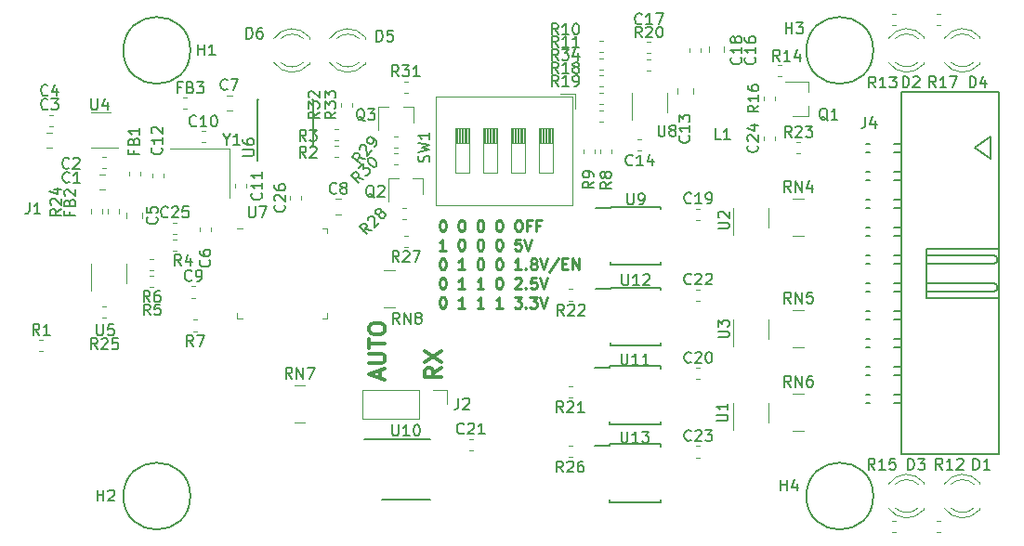
<source format=gto>
G04 #@! TF.GenerationSoftware,KiCad,Pcbnew,5.0.2-bee76a0~70~ubuntu18.04.1*
G04 #@! TF.CreationDate,2019-06-09T10:31:05+02:00*
G04 #@! TF.ProjectId,JTAG-SWD-adapter,4b744c69-6e6b-4416-9461-707465722e6b,rev?*
G04 #@! TF.SameCoordinates,PX18392c0PY54c81a0*
G04 #@! TF.FileFunction,Legend,Top*
G04 #@! TF.FilePolarity,Positive*
%FSLAX46Y46*%
G04 Gerber Fmt 4.6, Leading zero omitted, Abs format (unit mm)*
G04 Created by KiCad (PCBNEW 5.0.2-bee76a0~70~ubuntu18.04.1) date ned 09 jun 2019 10:31:05 CEST*
%MOMM*%
%LPD*%
G01*
G04 APERTURE LIST*
%ADD10C,0.300000*%
%ADD11C,0.250000*%
%ADD12C,0.200000*%
%ADD13C,0.120000*%
%ADD14C,0.150000*%
G04 APERTURE END LIST*
D10*
X34339500Y15847715D02*
X34339500Y16562000D01*
X34768071Y15704858D02*
X33268071Y16204858D01*
X34768071Y16704858D01*
X33268071Y17204858D02*
X34482357Y17204858D01*
X34625214Y17276286D01*
X34696642Y17347715D01*
X34768071Y17490572D01*
X34768071Y17776286D01*
X34696642Y17919143D01*
X34625214Y17990572D01*
X34482357Y18062000D01*
X33268071Y18062000D01*
X33268071Y18562000D02*
X33268071Y19419143D01*
X34768071Y18990572D02*
X33268071Y18990572D01*
X33268071Y20204858D02*
X33268071Y20490572D01*
X33339500Y20633429D01*
X33482357Y20776286D01*
X33768071Y20847715D01*
X34268071Y20847715D01*
X34553785Y20776286D01*
X34696642Y20633429D01*
X34768071Y20490572D01*
X34768071Y20204858D01*
X34696642Y20062000D01*
X34553785Y19919143D01*
X34268071Y19847715D01*
X33768071Y19847715D01*
X33482357Y19919143D01*
X33339500Y20062000D01*
X33268071Y20204858D01*
X39868071Y16776286D02*
X39153785Y16276286D01*
X39868071Y15919143D02*
X38368071Y15919143D01*
X38368071Y16490572D01*
X38439500Y16633429D01*
X38510928Y16704858D01*
X38653785Y16776286D01*
X38868071Y16776286D01*
X39010928Y16704858D01*
X39082357Y16633429D01*
X39153785Y16490572D01*
X39153785Y15919143D01*
X38368071Y17276286D02*
X39868071Y18276286D01*
X38368071Y18276286D02*
X39868071Y17276286D01*
D11*
X39973771Y30235020D02*
X40069009Y30235020D01*
X40164247Y30187400D01*
X40211866Y30139781D01*
X40259485Y30044543D01*
X40307104Y29854067D01*
X40307104Y29615972D01*
X40259485Y29425496D01*
X40211866Y29330258D01*
X40164247Y29282639D01*
X40069009Y29235020D01*
X39973771Y29235020D01*
X39878533Y29282639D01*
X39830914Y29330258D01*
X39783295Y29425496D01*
X39735676Y29615972D01*
X39735676Y29854067D01*
X39783295Y30044543D01*
X39830914Y30139781D01*
X39878533Y30187400D01*
X39973771Y30235020D01*
X41688057Y30235020D02*
X41783295Y30235020D01*
X41878533Y30187400D01*
X41926152Y30139781D01*
X41973771Y30044543D01*
X42021390Y29854067D01*
X42021390Y29615972D01*
X41973771Y29425496D01*
X41926152Y29330258D01*
X41878533Y29282639D01*
X41783295Y29235020D01*
X41688057Y29235020D01*
X41592819Y29282639D01*
X41545200Y29330258D01*
X41497580Y29425496D01*
X41449961Y29615972D01*
X41449961Y29854067D01*
X41497580Y30044543D01*
X41545200Y30139781D01*
X41592819Y30187400D01*
X41688057Y30235020D01*
X43402342Y30235020D02*
X43497580Y30235020D01*
X43592819Y30187400D01*
X43640438Y30139781D01*
X43688057Y30044543D01*
X43735676Y29854067D01*
X43735676Y29615972D01*
X43688057Y29425496D01*
X43640438Y29330258D01*
X43592819Y29282639D01*
X43497580Y29235020D01*
X43402342Y29235020D01*
X43307104Y29282639D01*
X43259485Y29330258D01*
X43211866Y29425496D01*
X43164247Y29615972D01*
X43164247Y29854067D01*
X43211866Y30044543D01*
X43259485Y30139781D01*
X43307104Y30187400D01*
X43402342Y30235020D01*
X45116628Y30235020D02*
X45211866Y30235020D01*
X45307104Y30187400D01*
X45354723Y30139781D01*
X45402342Y30044543D01*
X45449961Y29854067D01*
X45449961Y29615972D01*
X45402342Y29425496D01*
X45354723Y29330258D01*
X45307104Y29282639D01*
X45211866Y29235020D01*
X45116628Y29235020D01*
X45021390Y29282639D01*
X44973771Y29330258D01*
X44926152Y29425496D01*
X44878533Y29615972D01*
X44878533Y29854067D01*
X44926152Y30044543D01*
X44973771Y30139781D01*
X45021390Y30187400D01*
X45116628Y30235020D01*
X46830914Y30235020D02*
X47021390Y30235020D01*
X47116628Y30187400D01*
X47211866Y30092162D01*
X47259485Y29901686D01*
X47259485Y29568353D01*
X47211866Y29377877D01*
X47116628Y29282639D01*
X47021390Y29235020D01*
X46830914Y29235020D01*
X46735676Y29282639D01*
X46640438Y29377877D01*
X46592819Y29568353D01*
X46592819Y29901686D01*
X46640438Y30092162D01*
X46735676Y30187400D01*
X46830914Y30235020D01*
X48021390Y29758829D02*
X47688057Y29758829D01*
X47688057Y29235020D02*
X47688057Y30235020D01*
X48164247Y30235020D01*
X48878533Y29758829D02*
X48545200Y29758829D01*
X48545200Y29235020D02*
X48545200Y30235020D01*
X49021390Y30235020D01*
X40307104Y27485020D02*
X39735676Y27485020D01*
X40021390Y27485020D02*
X40021390Y28485020D01*
X39926152Y28342162D01*
X39830914Y28246924D01*
X39735676Y28199305D01*
X41688057Y28485020D02*
X41783295Y28485020D01*
X41878533Y28437400D01*
X41926152Y28389781D01*
X41973771Y28294543D01*
X42021390Y28104067D01*
X42021390Y27865972D01*
X41973771Y27675496D01*
X41926152Y27580258D01*
X41878533Y27532639D01*
X41783295Y27485020D01*
X41688057Y27485020D01*
X41592819Y27532639D01*
X41545200Y27580258D01*
X41497580Y27675496D01*
X41449961Y27865972D01*
X41449961Y28104067D01*
X41497580Y28294543D01*
X41545200Y28389781D01*
X41592819Y28437400D01*
X41688057Y28485020D01*
X43402342Y28485020D02*
X43497580Y28485020D01*
X43592819Y28437400D01*
X43640438Y28389781D01*
X43688057Y28294543D01*
X43735676Y28104067D01*
X43735676Y27865972D01*
X43688057Y27675496D01*
X43640438Y27580258D01*
X43592819Y27532639D01*
X43497580Y27485020D01*
X43402342Y27485020D01*
X43307104Y27532639D01*
X43259485Y27580258D01*
X43211866Y27675496D01*
X43164247Y27865972D01*
X43164247Y28104067D01*
X43211866Y28294543D01*
X43259485Y28389781D01*
X43307104Y28437400D01*
X43402342Y28485020D01*
X45116628Y28485020D02*
X45211866Y28485020D01*
X45307104Y28437400D01*
X45354723Y28389781D01*
X45402342Y28294543D01*
X45449961Y28104067D01*
X45449961Y27865972D01*
X45402342Y27675496D01*
X45354723Y27580258D01*
X45307104Y27532639D01*
X45211866Y27485020D01*
X45116628Y27485020D01*
X45021390Y27532639D01*
X44973771Y27580258D01*
X44926152Y27675496D01*
X44878533Y27865972D01*
X44878533Y28104067D01*
X44926152Y28294543D01*
X44973771Y28389781D01*
X45021390Y28437400D01*
X45116628Y28485020D01*
X47116628Y28485020D02*
X46640438Y28485020D01*
X46592819Y28008829D01*
X46640438Y28056448D01*
X46735676Y28104067D01*
X46973771Y28104067D01*
X47069009Y28056448D01*
X47116628Y28008829D01*
X47164247Y27913591D01*
X47164247Y27675496D01*
X47116628Y27580258D01*
X47069009Y27532639D01*
X46973771Y27485020D01*
X46735676Y27485020D01*
X46640438Y27532639D01*
X46592819Y27580258D01*
X47449961Y28485020D02*
X47783295Y27485020D01*
X48116628Y28485020D01*
X39973771Y26735020D02*
X40069009Y26735020D01*
X40164247Y26687400D01*
X40211866Y26639781D01*
X40259485Y26544543D01*
X40307104Y26354067D01*
X40307104Y26115972D01*
X40259485Y25925496D01*
X40211866Y25830258D01*
X40164247Y25782639D01*
X40069009Y25735020D01*
X39973771Y25735020D01*
X39878533Y25782639D01*
X39830914Y25830258D01*
X39783295Y25925496D01*
X39735676Y26115972D01*
X39735676Y26354067D01*
X39783295Y26544543D01*
X39830914Y26639781D01*
X39878533Y26687400D01*
X39973771Y26735020D01*
X42021390Y25735020D02*
X41449961Y25735020D01*
X41735676Y25735020D02*
X41735676Y26735020D01*
X41640438Y26592162D01*
X41545200Y26496924D01*
X41449961Y26449305D01*
X43402342Y26735020D02*
X43497580Y26735020D01*
X43592819Y26687400D01*
X43640438Y26639781D01*
X43688057Y26544543D01*
X43735676Y26354067D01*
X43735676Y26115972D01*
X43688057Y25925496D01*
X43640438Y25830258D01*
X43592819Y25782639D01*
X43497580Y25735020D01*
X43402342Y25735020D01*
X43307104Y25782639D01*
X43259485Y25830258D01*
X43211866Y25925496D01*
X43164247Y26115972D01*
X43164247Y26354067D01*
X43211866Y26544543D01*
X43259485Y26639781D01*
X43307104Y26687400D01*
X43402342Y26735020D01*
X45116628Y26735020D02*
X45211866Y26735020D01*
X45307104Y26687400D01*
X45354723Y26639781D01*
X45402342Y26544543D01*
X45449961Y26354067D01*
X45449961Y26115972D01*
X45402342Y25925496D01*
X45354723Y25830258D01*
X45307104Y25782639D01*
X45211866Y25735020D01*
X45116628Y25735020D01*
X45021390Y25782639D01*
X44973771Y25830258D01*
X44926152Y25925496D01*
X44878533Y26115972D01*
X44878533Y26354067D01*
X44926152Y26544543D01*
X44973771Y26639781D01*
X45021390Y26687400D01*
X45116628Y26735020D01*
X47164247Y25735020D02*
X46592819Y25735020D01*
X46878533Y25735020D02*
X46878533Y26735020D01*
X46783295Y26592162D01*
X46688057Y26496924D01*
X46592819Y26449305D01*
X47592819Y25830258D02*
X47640438Y25782639D01*
X47592819Y25735020D01*
X47545200Y25782639D01*
X47592819Y25830258D01*
X47592819Y25735020D01*
X48211866Y26306448D02*
X48116628Y26354067D01*
X48069009Y26401686D01*
X48021390Y26496924D01*
X48021390Y26544543D01*
X48069009Y26639781D01*
X48116628Y26687400D01*
X48211866Y26735020D01*
X48402342Y26735020D01*
X48497580Y26687400D01*
X48545200Y26639781D01*
X48592819Y26544543D01*
X48592819Y26496924D01*
X48545200Y26401686D01*
X48497580Y26354067D01*
X48402342Y26306448D01*
X48211866Y26306448D01*
X48116628Y26258829D01*
X48069009Y26211210D01*
X48021390Y26115972D01*
X48021390Y25925496D01*
X48069009Y25830258D01*
X48116628Y25782639D01*
X48211866Y25735020D01*
X48402342Y25735020D01*
X48497580Y25782639D01*
X48545200Y25830258D01*
X48592819Y25925496D01*
X48592819Y26115972D01*
X48545200Y26211210D01*
X48497580Y26258829D01*
X48402342Y26306448D01*
X48878533Y26735020D02*
X49211866Y25735020D01*
X49545200Y26735020D01*
X50592819Y26782639D02*
X49735676Y25496924D01*
X50926152Y26258829D02*
X51259485Y26258829D01*
X51402342Y25735020D02*
X50926152Y25735020D01*
X50926152Y26735020D01*
X51402342Y26735020D01*
X51830914Y25735020D02*
X51830914Y26735020D01*
X52402342Y25735020D01*
X52402342Y26735020D01*
X39973771Y24985020D02*
X40069009Y24985020D01*
X40164247Y24937400D01*
X40211866Y24889781D01*
X40259485Y24794543D01*
X40307104Y24604067D01*
X40307104Y24365972D01*
X40259485Y24175496D01*
X40211866Y24080258D01*
X40164247Y24032639D01*
X40069009Y23985020D01*
X39973771Y23985020D01*
X39878533Y24032639D01*
X39830914Y24080258D01*
X39783295Y24175496D01*
X39735676Y24365972D01*
X39735676Y24604067D01*
X39783295Y24794543D01*
X39830914Y24889781D01*
X39878533Y24937400D01*
X39973771Y24985020D01*
X42021390Y23985020D02*
X41449961Y23985020D01*
X41735676Y23985020D02*
X41735676Y24985020D01*
X41640438Y24842162D01*
X41545200Y24746924D01*
X41449961Y24699305D01*
X43735676Y23985020D02*
X43164247Y23985020D01*
X43449961Y23985020D02*
X43449961Y24985020D01*
X43354723Y24842162D01*
X43259485Y24746924D01*
X43164247Y24699305D01*
X45116628Y24985020D02*
X45211866Y24985020D01*
X45307104Y24937400D01*
X45354723Y24889781D01*
X45402342Y24794543D01*
X45449961Y24604067D01*
X45449961Y24365972D01*
X45402342Y24175496D01*
X45354723Y24080258D01*
X45307104Y24032639D01*
X45211866Y23985020D01*
X45116628Y23985020D01*
X45021390Y24032639D01*
X44973771Y24080258D01*
X44926152Y24175496D01*
X44878533Y24365972D01*
X44878533Y24604067D01*
X44926152Y24794543D01*
X44973771Y24889781D01*
X45021390Y24937400D01*
X45116628Y24985020D01*
X46592819Y24889781D02*
X46640438Y24937400D01*
X46735676Y24985020D01*
X46973771Y24985020D01*
X47069009Y24937400D01*
X47116628Y24889781D01*
X47164247Y24794543D01*
X47164247Y24699305D01*
X47116628Y24556448D01*
X46545200Y23985020D01*
X47164247Y23985020D01*
X47592819Y24080258D02*
X47640438Y24032639D01*
X47592819Y23985020D01*
X47545200Y24032639D01*
X47592819Y24080258D01*
X47592819Y23985020D01*
X48545200Y24985020D02*
X48069009Y24985020D01*
X48021390Y24508829D01*
X48069009Y24556448D01*
X48164247Y24604067D01*
X48402342Y24604067D01*
X48497580Y24556448D01*
X48545200Y24508829D01*
X48592819Y24413591D01*
X48592819Y24175496D01*
X48545200Y24080258D01*
X48497580Y24032639D01*
X48402342Y23985020D01*
X48164247Y23985020D01*
X48069009Y24032639D01*
X48021390Y24080258D01*
X48878533Y24985020D02*
X49211866Y23985020D01*
X49545200Y24985020D01*
X39973771Y23235020D02*
X40069009Y23235020D01*
X40164247Y23187400D01*
X40211866Y23139781D01*
X40259485Y23044543D01*
X40307104Y22854067D01*
X40307104Y22615972D01*
X40259485Y22425496D01*
X40211866Y22330258D01*
X40164247Y22282639D01*
X40069009Y22235020D01*
X39973771Y22235020D01*
X39878533Y22282639D01*
X39830914Y22330258D01*
X39783295Y22425496D01*
X39735676Y22615972D01*
X39735676Y22854067D01*
X39783295Y23044543D01*
X39830914Y23139781D01*
X39878533Y23187400D01*
X39973771Y23235020D01*
X42021390Y22235020D02*
X41449961Y22235020D01*
X41735676Y22235020D02*
X41735676Y23235020D01*
X41640438Y23092162D01*
X41545200Y22996924D01*
X41449961Y22949305D01*
X43735676Y22235020D02*
X43164247Y22235020D01*
X43449961Y22235020D02*
X43449961Y23235020D01*
X43354723Y23092162D01*
X43259485Y22996924D01*
X43164247Y22949305D01*
X45449961Y22235020D02*
X44878533Y22235020D01*
X45164247Y22235020D02*
X45164247Y23235020D01*
X45069009Y23092162D01*
X44973771Y22996924D01*
X44878533Y22949305D01*
X46545200Y23235020D02*
X47164247Y23235020D01*
X46830914Y22854067D01*
X46973771Y22854067D01*
X47069009Y22806448D01*
X47116628Y22758829D01*
X47164247Y22663591D01*
X47164247Y22425496D01*
X47116628Y22330258D01*
X47069009Y22282639D01*
X46973771Y22235020D01*
X46688057Y22235020D01*
X46592819Y22282639D01*
X46545200Y22330258D01*
X47592819Y22330258D02*
X47640438Y22282639D01*
X47592819Y22235020D01*
X47545200Y22282639D01*
X47592819Y22330258D01*
X47592819Y22235020D01*
X47973771Y23235020D02*
X48592819Y23235020D01*
X48259485Y22854067D01*
X48402342Y22854067D01*
X48497580Y22806448D01*
X48545200Y22758829D01*
X48592819Y22663591D01*
X48592819Y22425496D01*
X48545200Y22330258D01*
X48497580Y22282639D01*
X48402342Y22235020D01*
X48116628Y22235020D01*
X48021390Y22282639D01*
X47973771Y22330258D01*
X48878533Y23235020D02*
X49211866Y22235020D01*
X49545200Y23235020D01*
D12*
X79248000Y45720000D02*
G75*
G03X79248000Y45720000I-3048000J0D01*
G01*
X79248000Y5080000D02*
G75*
G03X79248000Y5080000I-3048000J0D01*
G01*
X17018000Y5080000D02*
G75*
G03X17018000Y5080000I-3048000J0D01*
G01*
X17018000Y45720000D02*
G75*
G03X17018000Y45720000I-3048000J0D01*
G01*
D13*
G04 #@! TO.C,U5*
X7976000Y26300000D02*
X7976000Y23850000D01*
X11196000Y24500000D02*
X11196000Y26300000D01*
G04 #@! TO.C,U8*
X60497360Y40070200D02*
X60497360Y41870200D01*
X57277360Y41870200D02*
X57277360Y39420200D01*
G04 #@! TO.C,U7*
X21765000Y29510000D02*
X21290000Y29510000D01*
X29510000Y21290000D02*
X29510000Y21765000D01*
X29035000Y21290000D02*
X29510000Y21290000D01*
X21290000Y21290000D02*
X21290000Y21765000D01*
X21765000Y21290000D02*
X21290000Y21290000D01*
X29510000Y29510000D02*
X29510000Y29035000D01*
X29035000Y29510000D02*
X29510000Y29510000D01*
G04 #@! TO.C,D6*
X24623665Y44628692D02*
G75*
G03X27856000Y44471784I1672335J1078608D01*
G01*
X24623665Y46785908D02*
G75*
G02X27856000Y46942816I1672335J-1078608D01*
G01*
X25254870Y44627463D02*
G75*
G03X27336961Y44627300I1041130J1079837D01*
G01*
X25254870Y46787137D02*
G75*
G02X27336961Y46787300I1041130J-1079837D01*
G01*
X27856000Y44471300D02*
X27856000Y44627300D01*
X27856000Y46787300D02*
X27856000Y46943300D01*
G04 #@! TO.C,D5*
X32936000Y46787300D02*
X32936000Y46943300D01*
X32936000Y44471300D02*
X32936000Y44627300D01*
X30334870Y46787137D02*
G75*
G02X32416961Y46787300I1041130J-1079837D01*
G01*
X30334870Y44627463D02*
G75*
G03X32416961Y44627300I1041130J1079837D01*
G01*
X29703665Y46785908D02*
G75*
G02X32936000Y46942816I1672335J-1078608D01*
G01*
X29703665Y44628692D02*
G75*
G03X32936000Y44471784I1672335J1078608D01*
G01*
G04 #@! TO.C,R32*
X30253400Y40570333D02*
X30253400Y40912867D01*
X29233400Y40570333D02*
X29233400Y40912867D01*
G04 #@! TO.C,R33*
X31764700Y40570333D02*
X31764700Y40912867D01*
X30744700Y40570333D02*
X30744700Y40912867D01*
G04 #@! TO.C,R34*
X54273633Y43461400D02*
X54616167Y43461400D01*
X54273633Y42441400D02*
X54616167Y42441400D01*
G04 #@! TO.C,Q3*
X37327960Y40592280D02*
X37327960Y39132280D01*
X34167960Y40592280D02*
X34167960Y38432280D01*
X34167960Y40592280D02*
X35097960Y40592280D01*
X37327960Y40592280D02*
X36397960Y40592280D01*
G04 #@! TO.C,Q2*
X38232200Y34059400D02*
X38232200Y32599400D01*
X35072200Y34059400D02*
X35072200Y31899400D01*
X35072200Y34059400D02*
X36002200Y34059400D01*
X38232200Y34059400D02*
X37302200Y34059400D01*
G04 #@! TO.C,R28*
X36379333Y30300200D02*
X36721867Y30300200D01*
X36379333Y31320200D02*
X36721867Y31320200D01*
G04 #@! TO.C,R29*
X35944627Y37837840D02*
X35602093Y37837840D01*
X35944627Y36817840D02*
X35602093Y36817840D01*
G04 #@! TO.C,R30*
X35604633Y35304000D02*
X35947167Y35304000D01*
X35604633Y36324000D02*
X35947167Y36324000D01*
G04 #@! TO.C,R27*
X36843787Y28820840D02*
X36501253Y28820840D01*
X36843787Y27800840D02*
X36501253Y27800840D01*
G04 #@! TO.C,R31*
X36475853Y41862280D02*
X36818387Y41862280D01*
X36475853Y42882280D02*
X36818387Y42882280D01*
G04 #@! TO.C,J2*
X40446000Y14792000D02*
X40446000Y13462000D01*
X39116000Y14792000D02*
X40446000Y14792000D01*
X37846000Y14792000D02*
X37846000Y12132000D01*
X37846000Y12132000D02*
X32706000Y12132000D01*
X37846000Y14792000D02*
X32706000Y14792000D01*
X32706000Y14792000D02*
X32706000Y12132000D01*
G04 #@! TO.C,R26*
X51796767Y9654000D02*
X51454233Y9654000D01*
X51796767Y8634000D02*
X51454233Y8634000D01*
G04 #@! TO.C,C26*
X27154600Y32088033D02*
X27154600Y32430567D01*
X26134600Y32088033D02*
X26134600Y32430567D01*
G04 #@! TO.C,R6*
X13684067Y26672000D02*
X13341533Y26672000D01*
X13684067Y25652000D02*
X13341533Y25652000D01*
G04 #@! TO.C,R5*
X13684067Y25148000D02*
X13341533Y25148000D01*
X13684067Y24128000D02*
X13341533Y24128000D01*
G04 #@! TO.C,C25*
X15806267Y29974000D02*
X15463733Y29974000D01*
X15806267Y28954000D02*
X15463733Y28954000D01*
G04 #@! TO.C,R25*
X9022233Y21334000D02*
X9364767Y21334000D01*
X9022233Y22354000D02*
X9364767Y22354000D01*
G04 #@! TO.C,R24*
X8955500Y30880233D02*
X8955500Y31222767D01*
X7935500Y30880233D02*
X7935500Y31222767D01*
G04 #@! TO.C,C24*
X70258400Y37533733D02*
X70258400Y37876267D01*
X69238400Y37533733D02*
X69238400Y37876267D01*
G04 #@! TO.C,RN7*
X27487500Y15142000D02*
X26487500Y15142000D01*
X27487500Y11782000D02*
X26487500Y11782000D01*
G04 #@! TO.C,RN8*
X35631500Y25683000D02*
X34631500Y25683000D01*
X35631500Y22323000D02*
X34631500Y22323000D01*
G04 #@! TO.C,SW1*
X42453560Y37260027D02*
X41183560Y37260027D01*
X41253560Y38613360D02*
X41253560Y37260027D01*
X41373560Y38613360D02*
X41373560Y37260027D01*
X41493560Y38613360D02*
X41493560Y37260027D01*
X41613560Y38613360D02*
X41613560Y37260027D01*
X41733560Y38613360D02*
X41733560Y37260027D01*
X41853560Y38613360D02*
X41853560Y37260027D01*
X41973560Y38613360D02*
X41973560Y37260027D01*
X42093560Y38613360D02*
X42093560Y37260027D01*
X42213560Y38613360D02*
X42213560Y37260027D01*
X42333560Y38613360D02*
X42333560Y37260027D01*
X42453560Y34553360D02*
X42453560Y38613360D01*
X41183560Y34553360D02*
X42453560Y34553360D01*
X41183560Y38613360D02*
X41183560Y34553360D01*
X42453560Y38613360D02*
X41183560Y38613360D01*
X44993560Y37260027D02*
X43723560Y37260027D01*
X43793560Y38613360D02*
X43793560Y37260027D01*
X43913560Y38613360D02*
X43913560Y37260027D01*
X44033560Y38613360D02*
X44033560Y37260027D01*
X44153560Y38613360D02*
X44153560Y37260027D01*
X44273560Y38613360D02*
X44273560Y37260027D01*
X44393560Y38613360D02*
X44393560Y37260027D01*
X44513560Y38613360D02*
X44513560Y37260027D01*
X44633560Y38613360D02*
X44633560Y37260027D01*
X44753560Y38613360D02*
X44753560Y37260027D01*
X44873560Y38613360D02*
X44873560Y37260027D01*
X44993560Y34553360D02*
X44993560Y38613360D01*
X43723560Y34553360D02*
X44993560Y34553360D01*
X43723560Y38613360D02*
X43723560Y34553360D01*
X44993560Y38613360D02*
X43723560Y38613360D01*
X47533560Y37260027D02*
X46263560Y37260027D01*
X46333560Y38613360D02*
X46333560Y37260027D01*
X46453560Y38613360D02*
X46453560Y37260027D01*
X46573560Y38613360D02*
X46573560Y37260027D01*
X46693560Y38613360D02*
X46693560Y37260027D01*
X46813560Y38613360D02*
X46813560Y37260027D01*
X46933560Y38613360D02*
X46933560Y37260027D01*
X47053560Y38613360D02*
X47053560Y37260027D01*
X47173560Y38613360D02*
X47173560Y37260027D01*
X47293560Y38613360D02*
X47293560Y37260027D01*
X47413560Y38613360D02*
X47413560Y37260027D01*
X47533560Y34553360D02*
X47533560Y38613360D01*
X46263560Y34553360D02*
X47533560Y34553360D01*
X46263560Y38613360D02*
X46263560Y34553360D01*
X47533560Y38613360D02*
X46263560Y38613360D01*
X50073560Y37260027D02*
X48803560Y37260027D01*
X48873560Y38613360D02*
X48873560Y37260027D01*
X48993560Y38613360D02*
X48993560Y37260027D01*
X49113560Y38613360D02*
X49113560Y37260027D01*
X49233560Y38613360D02*
X49233560Y37260027D01*
X49353560Y38613360D02*
X49353560Y37260027D01*
X49473560Y38613360D02*
X49473560Y37260027D01*
X49593560Y38613360D02*
X49593560Y37260027D01*
X49713560Y38613360D02*
X49713560Y37260027D01*
X49833560Y38613360D02*
X49833560Y37260027D01*
X49953560Y38613360D02*
X49953560Y37260027D01*
X50073560Y34553360D02*
X50073560Y38613360D01*
X48803560Y34553360D02*
X50073560Y34553360D01*
X48803560Y38613360D02*
X48803560Y34553360D01*
X50073560Y38613360D02*
X48803560Y38613360D01*
X52098560Y41773360D02*
X50715560Y41773360D01*
X52098560Y41773360D02*
X52098560Y40389360D01*
X51858560Y31633360D02*
X39398560Y31633360D01*
X51858560Y41533360D02*
X39398560Y41533360D01*
X39398560Y41533360D02*
X39398560Y31633360D01*
X51858560Y41533360D02*
X51858560Y31633360D01*
G04 #@! TO.C,D1*
X88936000Y6160000D02*
X88936000Y6316000D01*
X88936000Y3844000D02*
X88936000Y4000000D01*
X86334870Y6159837D02*
G75*
G02X88416961Y6160000I1041130J-1079837D01*
G01*
X86334870Y4000163D02*
G75*
G03X88416961Y4000000I1041130J1079837D01*
G01*
X85703665Y6158608D02*
G75*
G02X88936000Y6315516I1672335J-1078608D01*
G01*
X85703665Y4001392D02*
G75*
G03X88936000Y3844484I1672335J1078608D01*
G01*
G04 #@! TO.C,D2*
X83856000Y46800000D02*
X83856000Y46956000D01*
X83856000Y44484000D02*
X83856000Y44640000D01*
X81254870Y46799837D02*
G75*
G02X83336961Y46800000I1041130J-1079837D01*
G01*
X81254870Y44640163D02*
G75*
G03X83336961Y44640000I1041130J1079837D01*
G01*
X80623665Y46798608D02*
G75*
G02X83856000Y46955516I1672335J-1078608D01*
G01*
X80623665Y44641392D02*
G75*
G03X83856000Y44484484I1672335J1078608D01*
G01*
G04 #@! TO.C,D3*
X83856000Y6160000D02*
X83856000Y6316000D01*
X83856000Y3844000D02*
X83856000Y4000000D01*
X81254870Y6159837D02*
G75*
G02X83336961Y6160000I1041130J-1079837D01*
G01*
X81254870Y4000163D02*
G75*
G03X83336961Y4000000I1041130J1079837D01*
G01*
X80623665Y6158608D02*
G75*
G02X83856000Y6315516I1672335J-1078608D01*
G01*
X80623665Y4001392D02*
G75*
G03X83856000Y3844484I1672335J1078608D01*
G01*
G04 #@! TO.C,D4*
X88936000Y46800000D02*
X88936000Y46956000D01*
X88936000Y44484000D02*
X88936000Y44640000D01*
X86334870Y46799837D02*
G75*
G02X88416961Y46800000I1041130J-1079837D01*
G01*
X86334870Y44640163D02*
G75*
G03X88416961Y44640000I1041130J1079837D01*
G01*
X85703665Y46798608D02*
G75*
G02X88936000Y46955516I1672335J-1078608D01*
G01*
X85703665Y44641392D02*
G75*
G03X88936000Y44484484I1672335J1078608D01*
G01*
G04 #@! TO.C,U1*
X66512800Y13600000D02*
X66512800Y11150000D01*
X69732800Y11800000D02*
X69732800Y13600000D01*
G04 #@! TO.C,R23*
X72269533Y36320000D02*
X72612067Y36320000D01*
X72269533Y37340000D02*
X72612067Y37340000D01*
G04 #@! TO.C,C14*
X57791533Y37632100D02*
X58134067Y37632100D01*
X57791533Y36612100D02*
X58134067Y36612100D01*
G04 #@! TO.C,C17*
X58984967Y46506860D02*
X58642433Y46506860D01*
X58984967Y45486860D02*
X58642433Y45486860D01*
G04 #@! TO.C,C18*
X63502000Y45534733D02*
X63502000Y45877267D01*
X62482000Y45534733D02*
X62482000Y45877267D01*
G04 #@! TO.C,C19*
X63122993Y30264640D02*
X63465527Y30264640D01*
X63122993Y31284640D02*
X63465527Y31284640D01*
G04 #@! TO.C,C20*
X63121693Y15728220D02*
X63464227Y15728220D01*
X63121693Y16748220D02*
X63464227Y16748220D01*
G04 #@! TO.C,C21*
X42413133Y9256300D02*
X42755667Y9256300D01*
X42413133Y10276300D02*
X42755667Y10276300D01*
G04 #@! TO.C,C22*
X63124233Y22883400D02*
X63466767Y22883400D01*
X63124233Y23903400D02*
X63466767Y23903400D01*
G04 #@! TO.C,C23*
X63121693Y8613680D02*
X63464227Y8613680D01*
X63121693Y9633680D02*
X63464227Y9633680D01*
G04 #@! TO.C,C11*
X22150800Y33191633D02*
X22150800Y33534167D01*
X21130800Y33191633D02*
X21130800Y33534167D01*
G04 #@! TO.C,C7*
X20300048Y40196700D02*
X20822552Y40196700D01*
X20300048Y41616700D02*
X20822552Y41616700D01*
G04 #@! TO.C,C1*
X9223752Y34428500D02*
X8701248Y34428500D01*
X9223752Y33008500D02*
X8701248Y33008500D01*
G04 #@! TO.C,C3*
X4455952Y38238500D02*
X3933448Y38238500D01*
X4455952Y36818500D02*
X3933448Y36818500D01*
G04 #@! TO.C,C5*
X11228000Y30944452D02*
X11228000Y30421948D01*
X12648000Y30944452D02*
X12648000Y30421948D01*
G04 #@! TO.C,C16*
X65670500Y45594748D02*
X65670500Y46117252D01*
X64250500Y45594748D02*
X64250500Y46117252D01*
G04 #@! TO.C,C13*
X62800300Y42272852D02*
X62800300Y41750348D01*
X61380300Y42272852D02*
X61380300Y41750348D01*
G04 #@! TO.C,Y1*
X20554000Y36801000D02*
X15154000Y36801000D01*
X20554000Y32301000D02*
X20554000Y36801000D01*
G04 #@! TO.C,FB2*
X9459500Y31222767D02*
X9459500Y30880233D01*
X10479500Y31222767D02*
X10479500Y30880233D01*
G04 #@! TO.C,FB1*
X12435300Y34283833D02*
X12435300Y34626367D01*
X11415300Y34283833D02*
X11415300Y34626367D01*
G04 #@! TO.C,FB3*
X16718067Y41416700D02*
X16375533Y41416700D01*
X16718067Y40396700D02*
X16375533Y40396700D01*
D14*
G04 #@! TO.C,U6*
X23154400Y37091800D02*
X23154400Y35691800D01*
X28254400Y37091800D02*
X28254400Y41241800D01*
X23104400Y37091800D02*
X23104400Y41241800D01*
X28254400Y37091800D02*
X28109400Y37091800D01*
X28254400Y41241800D02*
X28109400Y41241800D01*
X23104400Y41241800D02*
X23249400Y41241800D01*
X23104400Y37091800D02*
X23154400Y37091800D01*
G04 #@! TO.C,U9*
X55269500Y31329000D02*
X53919500Y31329000D01*
X55269500Y26204000D02*
X59919500Y26204000D01*
X55269500Y31454000D02*
X59919500Y31454000D01*
X55269500Y26204000D02*
X55269500Y26429000D01*
X59919500Y26204000D02*
X59919500Y26429000D01*
X59919500Y31454000D02*
X59919500Y31229000D01*
X55269500Y31454000D02*
X55269500Y31329000D01*
G04 #@! TO.C,U13*
X55235000Y9675500D02*
X53885000Y9675500D01*
X55235000Y4550500D02*
X59885000Y4550500D01*
X55235000Y9800500D02*
X59885000Y9800500D01*
X55235000Y4550500D02*
X55235000Y4775500D01*
X59885000Y4550500D02*
X59885000Y4775500D01*
X59885000Y9800500D02*
X59885000Y9575500D01*
X55235000Y9800500D02*
X55235000Y9675500D01*
G04 #@! TO.C,U11*
X55206000Y16787500D02*
X53856000Y16787500D01*
X55206000Y11662500D02*
X59856000Y11662500D01*
X55206000Y16912500D02*
X59856000Y16912500D01*
X55206000Y11662500D02*
X55206000Y11887500D01*
X59856000Y11662500D02*
X59856000Y11887500D01*
X59856000Y16912500D02*
X59856000Y16687500D01*
X55206000Y16912500D02*
X55206000Y16787500D01*
G04 #@! TO.C,U12*
X55269500Y23963000D02*
X53919500Y23963000D01*
X55269500Y18838000D02*
X59919500Y18838000D01*
X55269500Y24088000D02*
X59919500Y24088000D01*
X55269500Y18838000D02*
X55269500Y19063000D01*
X59919500Y18838000D02*
X59919500Y19063000D01*
X59919500Y24088000D02*
X59919500Y23863000D01*
X55269500Y24088000D02*
X55269500Y23963000D01*
G04 #@! TO.C,U10*
X32884820Y10285380D02*
X38859820Y10285380D01*
X34459820Y4760380D02*
X38859820Y4760380D01*
D13*
G04 #@! TO.C,U4*
X7990000Y36871000D02*
X10440000Y36871000D01*
X9790000Y40091000D02*
X7990000Y40091000D01*
G04 #@! TO.C,U3*
X66512800Y21220000D02*
X66512800Y18770000D01*
X69732800Y19420000D02*
X69732800Y21220000D01*
G04 #@! TO.C,U2*
X66512800Y31380000D02*
X66512800Y28930000D01*
X69732800Y29580000D02*
X69732800Y31380000D01*
G04 #@! TO.C,R21*
X51810767Y15115000D02*
X51468233Y15115000D01*
X51810767Y14095000D02*
X51468233Y14095000D01*
G04 #@! TO.C,R8*
X55417180Y36371713D02*
X55417180Y36714247D01*
X54397180Y36371713D02*
X54397180Y36714247D01*
G04 #@! TO.C,R9*
X52837620Y36715487D02*
X52837620Y36372953D01*
X53857620Y36715487D02*
X53857620Y36372953D01*
G04 #@! TO.C,R10*
X54282493Y45550360D02*
X54625027Y45550360D01*
X54282493Y46570360D02*
X54625027Y46570360D01*
G04 #@! TO.C,R4*
X15806267Y28500800D02*
X15463733Y28500800D01*
X15806267Y27480800D02*
X15463733Y27480800D01*
G04 #@! TO.C,R11*
X54281253Y43990800D02*
X54623787Y43990800D01*
X54281253Y45010800D02*
X54623787Y45010800D01*
G04 #@! TO.C,R1*
X3257733Y18286000D02*
X3600267Y18286000D01*
X3257733Y19306000D02*
X3600267Y19306000D01*
G04 #@! TO.C,R2*
X30536967Y36984400D02*
X30194433Y36984400D01*
X30536967Y35964400D02*
X30194433Y35964400D01*
G04 #@! TO.C,R22*
X51874267Y23941500D02*
X51531733Y23941500D01*
X51874267Y22921500D02*
X51531733Y22921500D01*
G04 #@! TO.C,R19*
X54296493Y39200360D02*
X54639027Y39200360D01*
X54296493Y40220360D02*
X54639027Y40220360D01*
G04 #@! TO.C,R20*
X58984967Y44926980D02*
X58642433Y44926980D01*
X58984967Y43906980D02*
X58642433Y43906980D01*
G04 #@! TO.C,R3*
X30535667Y38508400D02*
X30193133Y38508400D01*
X30535667Y37488400D02*
X30193133Y37488400D01*
G04 #@! TO.C,C12*
X14543500Y34106033D02*
X14543500Y34448567D01*
X13523500Y34106033D02*
X13523500Y34448567D01*
G04 #@! TO.C,RN6*
X72940800Y14380000D02*
X71940800Y14380000D01*
X72940800Y11020000D02*
X71940800Y11020000D01*
G04 #@! TO.C,RN5*
X72940800Y22000000D02*
X71940800Y22000000D01*
X72940800Y18640000D02*
X71940800Y18640000D01*
G04 #@! TO.C,RN4*
X72940800Y32160000D02*
X71940800Y32160000D01*
X72940800Y28800000D02*
X71940800Y28800000D01*
D14*
G04 #@! TO.C,J4*
X81110000Y13570000D02*
X81810000Y13570000D01*
X81110000Y14370000D02*
X81810000Y14370000D01*
X78570000Y13570000D02*
X78910000Y13570000D01*
X78570000Y14370000D02*
X78910000Y14370000D01*
X81110000Y16110000D02*
X81810000Y16110000D01*
X81110000Y16910000D02*
X81810000Y16910000D01*
X78570000Y16110000D02*
X78910000Y16110000D01*
X78570000Y16910000D02*
X78910000Y16910000D01*
X81110000Y18650000D02*
X81810000Y18650000D01*
X81110000Y19450000D02*
X81810000Y19450000D01*
X78570000Y18650000D02*
X78910000Y18650000D01*
X78570000Y19450000D02*
X78910000Y19450000D01*
X81110000Y21190000D02*
X81810000Y21190000D01*
X81110000Y21990000D02*
X81810000Y21990000D01*
X78570000Y21190000D02*
X78910000Y21190000D01*
X78570000Y21990000D02*
X78910000Y21990000D01*
X81110000Y23730000D02*
X81810000Y23730000D01*
X81110000Y24530000D02*
X81810000Y24530000D01*
X78570000Y23730000D02*
X78910000Y23730000D01*
X78570000Y24530000D02*
X78910000Y24530000D01*
X81110000Y26270000D02*
X81810000Y26270000D01*
X81110000Y27070000D02*
X81810000Y27070000D01*
X78570000Y26270000D02*
X78910000Y26270000D01*
X78570000Y27070000D02*
X78910000Y27070000D01*
X81110000Y28810000D02*
X81810000Y28810000D01*
X81110000Y29610000D02*
X81810000Y29610000D01*
X78570000Y28810000D02*
X78910000Y28810000D01*
X78570000Y29610000D02*
X78910000Y29610000D01*
X81110000Y31350000D02*
X81810000Y31350000D01*
X81110000Y32150000D02*
X81810000Y32150000D01*
X78570000Y31350000D02*
X78910000Y31350000D01*
X78570000Y32150000D02*
X78910000Y32150000D01*
X81110000Y33890000D02*
X81810000Y33890000D01*
X81110000Y34690000D02*
X81810000Y34690000D01*
X78570000Y33890000D02*
X78910000Y33890000D01*
X78570000Y34690000D02*
X78910000Y34690000D01*
X81110000Y36430000D02*
X81810000Y36430000D01*
X81110000Y37230000D02*
X81810000Y37230000D01*
X78570000Y36430000D02*
X78910000Y36430000D01*
X78570000Y37230000D02*
X78910000Y37230000D01*
X88470000Y36830000D02*
X89970000Y37830000D01*
X89970000Y35830000D02*
X88470000Y36830000D01*
X89970000Y37830000D02*
X89970000Y35830000D01*
X90310000Y23730000D02*
X84110000Y23730000D01*
X90510000Y23930000D02*
X90310000Y23730000D01*
X90510000Y24330000D02*
X90510000Y23930000D01*
X90310000Y24530000D02*
X90510000Y24330000D01*
X84110000Y24530000D02*
X90310000Y24530000D01*
X90310000Y26270000D02*
X84110000Y26270000D01*
X90510000Y26470000D02*
X90310000Y26270000D01*
X90510000Y26870000D02*
X90510000Y26470000D01*
X90310000Y27070000D02*
X90510000Y26870000D01*
X84110000Y27070000D02*
X90310000Y27070000D01*
X84110000Y23175000D02*
X90710000Y23175000D01*
X84110000Y27625000D02*
X84110000Y23175000D01*
X90710000Y27625000D02*
X84110000Y27625000D01*
X81810000Y8900000D02*
X81810000Y41900000D01*
X90710000Y8900000D02*
X81810000Y8900000D01*
X90710000Y41900000D02*
X90710000Y8900000D01*
X81810000Y41900000D02*
X90710000Y41900000D01*
D13*
G04 #@! TO.C,R16*
X70296500Y41167233D02*
X70296500Y41509767D01*
X69276500Y41167233D02*
X69276500Y41509767D01*
G04 #@! TO.C,R7*
X17633767Y21147500D02*
X17291233Y21147500D01*
X17633767Y20127500D02*
X17291233Y20127500D01*
G04 #@! TO.C,R18*
X54286333Y40846280D02*
X54628867Y40846280D01*
X54286333Y41866280D02*
X54628867Y41866280D01*
G04 #@! TO.C,C6*
X18874200Y29216533D02*
X18874200Y29559067D01*
X17854200Y29216533D02*
X17854200Y29559067D01*
G04 #@! TO.C,R17*
X85059733Y48004000D02*
X85402267Y48004000D01*
X85059733Y49024000D02*
X85402267Y49024000D01*
G04 #@! TO.C,Q1*
X73356500Y39695000D02*
X71896500Y39695000D01*
X73356500Y42855000D02*
X71196500Y42855000D01*
X73356500Y42855000D02*
X73356500Y41925000D01*
X73356500Y39695000D02*
X73356500Y40625000D01*
G04 #@! TO.C,C2*
X9315267Y36006500D02*
X8972733Y36006500D01*
X9315267Y34986500D02*
X8972733Y34986500D01*
G04 #@! TO.C,C4*
X4515967Y39854600D02*
X4173433Y39854600D01*
X4515967Y38834600D02*
X4173433Y38834600D01*
G04 #@! TO.C,C10*
X18370367Y38381400D02*
X18027833Y38381400D01*
X18370367Y37361400D02*
X18027833Y37361400D01*
G04 #@! TO.C,C9*
X17468667Y24195500D02*
X17126133Y24195500D01*
X17468667Y23175500D02*
X17126133Y23175500D01*
G04 #@! TO.C,C8*
X30231448Y30735200D02*
X30753952Y30735200D01*
X30231448Y32155200D02*
X30753952Y32155200D01*
G04 #@! TO.C,R15*
X81338267Y2796000D02*
X80995733Y2796000D01*
X81338267Y1776000D02*
X80995733Y1776000D01*
G04 #@! TO.C,R14*
X70896267Y44388500D02*
X70553733Y44388500D01*
X70896267Y43368500D02*
X70553733Y43368500D01*
G04 #@! TO.C,R13*
X80981733Y49024000D02*
X81324267Y49024000D01*
X80981733Y48004000D02*
X81324267Y48004000D01*
G04 #@! TO.C,R12*
X85402267Y2796000D02*
X85059733Y2796000D01*
X85402267Y1776000D02*
X85059733Y1776000D01*
G04 #@! TO.C,U5*
D14*
X8509095Y20740620D02*
X8509095Y19931096D01*
X8556714Y19835858D01*
X8604333Y19788239D01*
X8699571Y19740620D01*
X8890047Y19740620D01*
X8985285Y19788239D01*
X9032904Y19835858D01*
X9080523Y19931096D01*
X9080523Y20740620D01*
X10032904Y20740620D02*
X9556714Y20740620D01*
X9509095Y20264429D01*
X9556714Y20312048D01*
X9651952Y20359667D01*
X9890047Y20359667D01*
X9985285Y20312048D01*
X10032904Y20264429D01*
X10080523Y20169191D01*
X10080523Y19931096D01*
X10032904Y19835858D01*
X9985285Y19788239D01*
X9890047Y19740620D01*
X9651952Y19740620D01*
X9556714Y19788239D01*
X9509095Y19835858D01*
G04 #@! TO.C,U8*
X59677395Y38888920D02*
X59677395Y38079396D01*
X59725014Y37984158D01*
X59772633Y37936539D01*
X59867871Y37888920D01*
X60058347Y37888920D01*
X60153585Y37936539D01*
X60201204Y37984158D01*
X60248823Y38079396D01*
X60248823Y38888920D01*
X60867871Y38460348D02*
X60772633Y38507967D01*
X60725014Y38555586D01*
X60677395Y38650824D01*
X60677395Y38698443D01*
X60725014Y38793681D01*
X60772633Y38841300D01*
X60867871Y38888920D01*
X61058347Y38888920D01*
X61153585Y38841300D01*
X61201204Y38793681D01*
X61248823Y38698443D01*
X61248823Y38650824D01*
X61201204Y38555586D01*
X61153585Y38507967D01*
X61058347Y38460348D01*
X60867871Y38460348D01*
X60772633Y38412729D01*
X60725014Y38365110D01*
X60677395Y38269872D01*
X60677395Y38079396D01*
X60725014Y37984158D01*
X60772633Y37936539D01*
X60867871Y37888920D01*
X61058347Y37888920D01*
X61153585Y37936539D01*
X61201204Y37984158D01*
X61248823Y38079396D01*
X61248823Y38269872D01*
X61201204Y38365110D01*
X61153585Y38412729D01*
X61058347Y38460348D01*
G04 #@! TO.C,H4*
X70827995Y5567420D02*
X70827995Y6567420D01*
X70827995Y6091229D02*
X71399423Y6091229D01*
X71399423Y5567420D02*
X71399423Y6567420D01*
X72304185Y6234086D02*
X72304185Y5567420D01*
X72066090Y6615039D02*
X71827995Y5900753D01*
X72447042Y5900753D01*
G04 #@! TO.C,H3*
X71285195Y47248820D02*
X71285195Y48248820D01*
X71285195Y47772629D02*
X71856623Y47772629D01*
X71856623Y47248820D02*
X71856623Y48248820D01*
X72237576Y48248820D02*
X72856623Y48248820D01*
X72523290Y47867867D01*
X72666147Y47867867D01*
X72761385Y47820248D01*
X72809004Y47772629D01*
X72856623Y47677391D01*
X72856623Y47439296D01*
X72809004Y47344058D01*
X72761385Y47296439D01*
X72666147Y47248820D01*
X72380433Y47248820D01*
X72285195Y47296439D01*
X72237576Y47344058D01*
G04 #@! TO.C,H2*
X8534495Y4640320D02*
X8534495Y5640320D01*
X8534495Y5164129D02*
X9105923Y5164129D01*
X9105923Y4640320D02*
X9105923Y5640320D01*
X9534495Y5545081D02*
X9582114Y5592700D01*
X9677352Y5640320D01*
X9915447Y5640320D01*
X10010685Y5592700D01*
X10058304Y5545081D01*
X10105923Y5449843D01*
X10105923Y5354605D01*
X10058304Y5211748D01*
X9486876Y4640320D01*
X10105923Y4640320D01*
G04 #@! TO.C,H1*
X17716595Y45280320D02*
X17716595Y46280320D01*
X17716595Y45804129D02*
X18288023Y45804129D01*
X18288023Y45280320D02*
X18288023Y46280320D01*
X19288023Y45280320D02*
X18716595Y45280320D01*
X19002309Y45280320D02*
X19002309Y46280320D01*
X18907071Y46137462D01*
X18811833Y46042224D01*
X18716595Y45994605D01*
G04 #@! TO.C,U7*
X22352095Y31484820D02*
X22352095Y30675296D01*
X22399714Y30580058D01*
X22447333Y30532439D01*
X22542571Y30484820D01*
X22733047Y30484820D01*
X22828285Y30532439D01*
X22875904Y30580058D01*
X22923523Y30675296D01*
X22923523Y31484820D01*
X23304476Y31484820D02*
X23971142Y31484820D01*
X23542571Y30484820D01*
G04 #@! TO.C,D6*
X22121904Y46791620D02*
X22121904Y47791620D01*
X22360000Y47791620D01*
X22502857Y47744000D01*
X22598095Y47648762D01*
X22645714Y47553524D01*
X22693333Y47363048D01*
X22693333Y47220191D01*
X22645714Y47029715D01*
X22598095Y46934477D01*
X22502857Y46839239D01*
X22360000Y46791620D01*
X22121904Y46791620D01*
X23550476Y47791620D02*
X23360000Y47791620D01*
X23264761Y47744000D01*
X23217142Y47696381D01*
X23121904Y47553524D01*
X23074285Y47363048D01*
X23074285Y46982096D01*
X23121904Y46886858D01*
X23169523Y46839239D01*
X23264761Y46791620D01*
X23455238Y46791620D01*
X23550476Y46839239D01*
X23598095Y46886858D01*
X23645714Y46982096D01*
X23645714Y47220191D01*
X23598095Y47315429D01*
X23550476Y47363048D01*
X23455238Y47410667D01*
X23264761Y47410667D01*
X23169523Y47363048D01*
X23121904Y47315429D01*
X23074285Y47220191D01*
G04 #@! TO.C,D5*
X33996404Y46537620D02*
X33996404Y47537620D01*
X34234500Y47537620D01*
X34377357Y47490000D01*
X34472595Y47394762D01*
X34520214Y47299524D01*
X34567833Y47109048D01*
X34567833Y46966191D01*
X34520214Y46775715D01*
X34472595Y46680477D01*
X34377357Y46585239D01*
X34234500Y46537620D01*
X33996404Y46537620D01*
X35472595Y47537620D02*
X34996404Y47537620D01*
X34948785Y47061429D01*
X34996404Y47109048D01*
X35091642Y47156667D01*
X35329738Y47156667D01*
X35424976Y47109048D01*
X35472595Y47061429D01*
X35520214Y46966191D01*
X35520214Y46728096D01*
X35472595Y46632858D01*
X35424976Y46585239D01*
X35329738Y46537620D01*
X35091642Y46537620D01*
X34996404Y46585239D01*
X34948785Y46632858D01*
G04 #@! TO.C,R32*
X28765780Y40098743D02*
X28289590Y39765410D01*
X28765780Y39527315D02*
X27765780Y39527315D01*
X27765780Y39908267D01*
X27813400Y40003505D01*
X27861019Y40051124D01*
X27956257Y40098743D01*
X28099114Y40098743D01*
X28194352Y40051124D01*
X28241971Y40003505D01*
X28289590Y39908267D01*
X28289590Y39527315D01*
X27765780Y40432077D02*
X27765780Y41051124D01*
X28146733Y40717791D01*
X28146733Y40860648D01*
X28194352Y40955886D01*
X28241971Y41003505D01*
X28337209Y41051124D01*
X28575304Y41051124D01*
X28670542Y41003505D01*
X28718161Y40955886D01*
X28765780Y40860648D01*
X28765780Y40574934D01*
X28718161Y40479696D01*
X28670542Y40432077D01*
X27861019Y41432077D02*
X27813400Y41479696D01*
X27765780Y41574934D01*
X27765780Y41813029D01*
X27813400Y41908267D01*
X27861019Y41955886D01*
X27956257Y42003505D01*
X28051495Y42003505D01*
X28194352Y41955886D01*
X28765780Y41384458D01*
X28765780Y42003505D01*
G04 #@! TO.C,R33*
X30277080Y40098743D02*
X29800890Y39765410D01*
X30277080Y39527315D02*
X29277080Y39527315D01*
X29277080Y39908267D01*
X29324700Y40003505D01*
X29372319Y40051124D01*
X29467557Y40098743D01*
X29610414Y40098743D01*
X29705652Y40051124D01*
X29753271Y40003505D01*
X29800890Y39908267D01*
X29800890Y39527315D01*
X29277080Y40432077D02*
X29277080Y41051124D01*
X29658033Y40717791D01*
X29658033Y40860648D01*
X29705652Y40955886D01*
X29753271Y41003505D01*
X29848509Y41051124D01*
X30086604Y41051124D01*
X30181842Y41003505D01*
X30229461Y40955886D01*
X30277080Y40860648D01*
X30277080Y40574934D01*
X30229461Y40479696D01*
X30181842Y40432077D01*
X29277080Y41384458D02*
X29277080Y42003505D01*
X29658033Y41670172D01*
X29658033Y41813029D01*
X29705652Y41908267D01*
X29753271Y41955886D01*
X29848509Y42003505D01*
X30086604Y42003505D01*
X30181842Y41955886D01*
X30229461Y41908267D01*
X30277080Y41813029D01*
X30277080Y41527315D01*
X30229461Y41432077D01*
X30181842Y41384458D01*
G04 #@! TO.C,R34*
X50538142Y44835820D02*
X50204809Y45312010D01*
X49966714Y44835820D02*
X49966714Y45835820D01*
X50347666Y45835820D01*
X50442904Y45788200D01*
X50490523Y45740581D01*
X50538142Y45645343D01*
X50538142Y45502486D01*
X50490523Y45407248D01*
X50442904Y45359629D01*
X50347666Y45312010D01*
X49966714Y45312010D01*
X50871476Y45835820D02*
X51490523Y45835820D01*
X51157190Y45454867D01*
X51300047Y45454867D01*
X51395285Y45407248D01*
X51442904Y45359629D01*
X51490523Y45264391D01*
X51490523Y45026296D01*
X51442904Y44931058D01*
X51395285Y44883439D01*
X51300047Y44835820D01*
X51014333Y44835820D01*
X50919095Y44883439D01*
X50871476Y44931058D01*
X52347666Y45502486D02*
X52347666Y44835820D01*
X52109571Y45883439D02*
X51871476Y45169153D01*
X52490523Y45169153D01*
G04 #@! TO.C,Q3*
X32919681Y39289741D02*
X32824443Y39337360D01*
X32729205Y39432599D01*
X32586348Y39575456D01*
X32491110Y39623075D01*
X32395872Y39623075D01*
X32443491Y39384980D02*
X32348253Y39432599D01*
X32253015Y39527837D01*
X32205396Y39718313D01*
X32205396Y40051646D01*
X32253015Y40242122D01*
X32348253Y40337360D01*
X32443491Y40384980D01*
X32633967Y40384980D01*
X32729205Y40337360D01*
X32824443Y40242122D01*
X32872062Y40051646D01*
X32872062Y39718313D01*
X32824443Y39527837D01*
X32729205Y39432599D01*
X32633967Y39384980D01*
X32443491Y39384980D01*
X33205396Y40384980D02*
X33824443Y40384980D01*
X33491110Y40004027D01*
X33633967Y40004027D01*
X33729205Y39956408D01*
X33776824Y39908789D01*
X33824443Y39813551D01*
X33824443Y39575456D01*
X33776824Y39480218D01*
X33729205Y39432599D01*
X33633967Y39384980D01*
X33348253Y39384980D01*
X33253015Y39432599D01*
X33205396Y39480218D01*
G04 #@! TO.C,Q2*
X33793441Y32299661D02*
X33698203Y32347280D01*
X33602965Y32442519D01*
X33460108Y32585376D01*
X33364870Y32632995D01*
X33269632Y32632995D01*
X33317251Y32394900D02*
X33222013Y32442519D01*
X33126775Y32537757D01*
X33079156Y32728233D01*
X33079156Y33061566D01*
X33126775Y33252042D01*
X33222013Y33347280D01*
X33317251Y33394900D01*
X33507727Y33394900D01*
X33602965Y33347280D01*
X33698203Y33252042D01*
X33745822Y33061566D01*
X33745822Y32728233D01*
X33698203Y32537757D01*
X33602965Y32442519D01*
X33507727Y32394900D01*
X33317251Y32394900D01*
X34126775Y33299661D02*
X34174394Y33347280D01*
X34269632Y33394900D01*
X34507727Y33394900D01*
X34602965Y33347280D01*
X34650584Y33299661D01*
X34698203Y33204423D01*
X34698203Y33109185D01*
X34650584Y32966328D01*
X34079156Y32394900D01*
X34698203Y32394900D01*
G04 #@! TO.C,R28*
X33545712Y29339790D02*
X32973293Y29440805D01*
X33141651Y28935729D02*
X32434545Y29642836D01*
X32703919Y29912210D01*
X32804934Y29945882D01*
X32872277Y29945882D01*
X32973293Y29912210D01*
X33074308Y29811195D01*
X33107980Y29710179D01*
X33107980Y29642836D01*
X33074308Y29541821D01*
X32804934Y29272447D01*
X33175323Y30248928D02*
X33175323Y30316271D01*
X33208995Y30417286D01*
X33377354Y30585645D01*
X33478369Y30619317D01*
X33545712Y30619317D01*
X33646728Y30585645D01*
X33714071Y30518302D01*
X33781415Y30383615D01*
X33781415Y29575492D01*
X34219148Y30013225D01*
X34219148Y30821347D02*
X34118132Y30787676D01*
X34050789Y30787676D01*
X33949774Y30821347D01*
X33916102Y30855019D01*
X33882430Y30956034D01*
X33882430Y31023378D01*
X33916102Y31124393D01*
X34050789Y31259080D01*
X34151804Y31292752D01*
X34219148Y31292752D01*
X34320163Y31259080D01*
X34353835Y31225408D01*
X34387506Y31124393D01*
X34387506Y31057050D01*
X34353835Y30956034D01*
X34219148Y30821347D01*
X34185476Y30720332D01*
X34185476Y30652989D01*
X34219148Y30551973D01*
X34353835Y30417286D01*
X34454850Y30383615D01*
X34522193Y30383615D01*
X34623209Y30417286D01*
X34757896Y30551973D01*
X34791567Y30652989D01*
X34791567Y30720332D01*
X34757896Y30821347D01*
X34623209Y30956034D01*
X34522193Y30989706D01*
X34454850Y30989706D01*
X34353835Y30956034D01*
G04 #@! TO.C,R29*
X32917763Y35838478D02*
X32338717Y35889220D01*
X32550456Y35400739D02*
X31784411Y36043526D01*
X32029283Y36335353D01*
X32126979Y36377701D01*
X32194066Y36383570D01*
X32297632Y36358830D01*
X32407067Y36267004D01*
X32449414Y36169307D01*
X32455284Y36102220D01*
X32430544Y35998655D01*
X32185673Y35706828D01*
X32469546Y36711875D02*
X32463677Y36778962D01*
X32488417Y36882527D01*
X32641461Y37064919D01*
X32739157Y37107267D01*
X32806245Y37113136D01*
X32909810Y37088396D01*
X32982767Y37027179D01*
X33061593Y36898874D01*
X33132025Y36093827D01*
X33529941Y36568045D01*
X33836031Y36932828D02*
X33958467Y37078741D01*
X33983206Y37182306D01*
X33977337Y37249394D01*
X33929120Y37414177D01*
X33813815Y37573091D01*
X33521989Y37817963D01*
X33418423Y37842702D01*
X33351336Y37836833D01*
X33253640Y37794485D01*
X33131204Y37648572D01*
X33106465Y37545006D01*
X33112334Y37477919D01*
X33154682Y37380223D01*
X33337073Y37227178D01*
X33440639Y37202439D01*
X33507726Y37208308D01*
X33605422Y37250656D01*
X33727858Y37396569D01*
X33752598Y37500135D01*
X33746728Y37567222D01*
X33704380Y37664918D01*
G04 #@! TO.C,R30*
X32798952Y34013390D02*
X32226533Y34114405D01*
X32394891Y33609329D02*
X31687785Y34316436D01*
X31957159Y34585810D01*
X32058174Y34619482D01*
X32125517Y34619482D01*
X32226533Y34585810D01*
X32327548Y34484795D01*
X32361220Y34383779D01*
X32361220Y34316436D01*
X32327548Y34215421D01*
X32058174Y33946047D01*
X32327548Y34956199D02*
X32765281Y35393932D01*
X32798952Y34888856D01*
X32899968Y34989871D01*
X33000983Y35023543D01*
X33068327Y35023543D01*
X33169342Y34989871D01*
X33337701Y34821512D01*
X33371372Y34720497D01*
X33371372Y34653153D01*
X33337701Y34552138D01*
X33135670Y34350108D01*
X33034655Y34316436D01*
X32967311Y34316436D01*
X33203014Y35831665D02*
X33270357Y35899008D01*
X33371372Y35932680D01*
X33438716Y35932680D01*
X33539731Y35899008D01*
X33708090Y35797993D01*
X33876449Y35629634D01*
X33977464Y35461276D01*
X34011136Y35360260D01*
X34011136Y35292917D01*
X33977464Y35191902D01*
X33910120Y35124558D01*
X33809105Y35090886D01*
X33741762Y35090886D01*
X33640746Y35124558D01*
X33472388Y35225573D01*
X33304029Y35393932D01*
X33203014Y35562291D01*
X33169342Y35663306D01*
X33169342Y35730650D01*
X33203014Y35831665D01*
G04 #@! TO.C,R27*
X36029662Y26428460D02*
X35696329Y26904650D01*
X35458234Y26428460D02*
X35458234Y27428460D01*
X35839186Y27428460D01*
X35934424Y27380840D01*
X35982043Y27333221D01*
X36029662Y27237983D01*
X36029662Y27095126D01*
X35982043Y26999888D01*
X35934424Y26952269D01*
X35839186Y26904650D01*
X35458234Y26904650D01*
X36410615Y27333221D02*
X36458234Y27380840D01*
X36553472Y27428460D01*
X36791567Y27428460D01*
X36886805Y27380840D01*
X36934424Y27333221D01*
X36982043Y27237983D01*
X36982043Y27142745D01*
X36934424Y26999888D01*
X36362996Y26428460D01*
X36982043Y26428460D01*
X37315377Y27428460D02*
X37982043Y27428460D01*
X37553472Y26428460D01*
G04 #@! TO.C,R31*
X36004262Y43349900D02*
X35670929Y43826090D01*
X35432834Y43349900D02*
X35432834Y44349900D01*
X35813786Y44349900D01*
X35909024Y44302280D01*
X35956643Y44254661D01*
X36004262Y44159423D01*
X36004262Y44016566D01*
X35956643Y43921328D01*
X35909024Y43873709D01*
X35813786Y43826090D01*
X35432834Y43826090D01*
X36337596Y44349900D02*
X36956643Y44349900D01*
X36623310Y43968947D01*
X36766167Y43968947D01*
X36861405Y43921328D01*
X36909024Y43873709D01*
X36956643Y43778471D01*
X36956643Y43540376D01*
X36909024Y43445138D01*
X36861405Y43397519D01*
X36766167Y43349900D01*
X36480453Y43349900D01*
X36385215Y43397519D01*
X36337596Y43445138D01*
X37909024Y43349900D02*
X37337596Y43349900D01*
X37623310Y43349900D02*
X37623310Y44349900D01*
X37528072Y44207042D01*
X37432834Y44111804D01*
X37337596Y44064185D01*
G04 #@! TO.C,J2*
X41449666Y14009620D02*
X41449666Y13295334D01*
X41402047Y13152477D01*
X41306809Y13057239D01*
X41163952Y13009620D01*
X41068714Y13009620D01*
X41878238Y13914381D02*
X41925857Y13962000D01*
X42021095Y14009620D01*
X42259190Y14009620D01*
X42354428Y13962000D01*
X42402047Y13914381D01*
X42449666Y13819143D01*
X42449666Y13723905D01*
X42402047Y13581048D01*
X41830619Y13009620D01*
X42449666Y13009620D01*
G04 #@! TO.C,R26*
X50982642Y7261620D02*
X50649309Y7737810D01*
X50411214Y7261620D02*
X50411214Y8261620D01*
X50792166Y8261620D01*
X50887404Y8214000D01*
X50935023Y8166381D01*
X50982642Y8071143D01*
X50982642Y7928286D01*
X50935023Y7833048D01*
X50887404Y7785429D01*
X50792166Y7737810D01*
X50411214Y7737810D01*
X51363595Y8166381D02*
X51411214Y8214000D01*
X51506452Y8261620D01*
X51744547Y8261620D01*
X51839785Y8214000D01*
X51887404Y8166381D01*
X51935023Y8071143D01*
X51935023Y7975905D01*
X51887404Y7833048D01*
X51315976Y7261620D01*
X51935023Y7261620D01*
X52792166Y8261620D02*
X52601690Y8261620D01*
X52506452Y8214000D01*
X52458833Y8166381D01*
X52363595Y8023524D01*
X52315976Y7833048D01*
X52315976Y7452096D01*
X52363595Y7356858D01*
X52411214Y7309239D01*
X52506452Y7261620D01*
X52696928Y7261620D01*
X52792166Y7309239D01*
X52839785Y7356858D01*
X52887404Y7452096D01*
X52887404Y7690191D01*
X52839785Y7785429D01*
X52792166Y7833048D01*
X52696928Y7880667D01*
X52506452Y7880667D01*
X52411214Y7833048D01*
X52363595Y7785429D01*
X52315976Y7690191D01*
G04 #@! TO.C,C26*
X25571742Y31616443D02*
X25619361Y31568824D01*
X25666980Y31425967D01*
X25666980Y31330729D01*
X25619361Y31187872D01*
X25524123Y31092634D01*
X25428885Y31045015D01*
X25238409Y30997396D01*
X25095552Y30997396D01*
X24905076Y31045015D01*
X24809838Y31092634D01*
X24714600Y31187872D01*
X24666980Y31330729D01*
X24666980Y31425967D01*
X24714600Y31568824D01*
X24762219Y31616443D01*
X24762219Y31997396D02*
X24714600Y32045015D01*
X24666980Y32140253D01*
X24666980Y32378348D01*
X24714600Y32473586D01*
X24762219Y32521205D01*
X24857457Y32568824D01*
X24952695Y32568824D01*
X25095552Y32521205D01*
X25666980Y31949777D01*
X25666980Y32568824D01*
X24666980Y33425967D02*
X24666980Y33235491D01*
X24714600Y33140253D01*
X24762219Y33092634D01*
X24905076Y32997396D01*
X25095552Y32949777D01*
X25476504Y32949777D01*
X25571742Y32997396D01*
X25619361Y33045015D01*
X25666980Y33140253D01*
X25666980Y33330729D01*
X25619361Y33425967D01*
X25571742Y33473586D01*
X25476504Y33521205D01*
X25238409Y33521205D01*
X25143171Y33473586D01*
X25095552Y33425967D01*
X25047933Y33330729D01*
X25047933Y33140253D01*
X25095552Y33045015D01*
X25143171Y32997396D01*
X25238409Y32949777D01*
G04 #@! TO.C,R6*
X13346133Y22788620D02*
X13012800Y23264810D01*
X12774704Y22788620D02*
X12774704Y23788620D01*
X13155657Y23788620D01*
X13250895Y23741000D01*
X13298514Y23693381D01*
X13346133Y23598143D01*
X13346133Y23455286D01*
X13298514Y23360048D01*
X13250895Y23312429D01*
X13155657Y23264810D01*
X12774704Y23264810D01*
X14203276Y23788620D02*
X14012800Y23788620D01*
X13917561Y23741000D01*
X13869942Y23693381D01*
X13774704Y23550524D01*
X13727085Y23360048D01*
X13727085Y22979096D01*
X13774704Y22883858D01*
X13822323Y22836239D01*
X13917561Y22788620D01*
X14108038Y22788620D01*
X14203276Y22836239D01*
X14250895Y22883858D01*
X14298514Y22979096D01*
X14298514Y23217191D01*
X14250895Y23312429D01*
X14203276Y23360048D01*
X14108038Y23407667D01*
X13917561Y23407667D01*
X13822323Y23360048D01*
X13774704Y23312429D01*
X13727085Y23217191D01*
G04 #@! TO.C,R5*
X13358833Y21582120D02*
X13025500Y22058310D01*
X12787404Y21582120D02*
X12787404Y22582120D01*
X13168357Y22582120D01*
X13263595Y22534500D01*
X13311214Y22486881D01*
X13358833Y22391643D01*
X13358833Y22248786D01*
X13311214Y22153548D01*
X13263595Y22105929D01*
X13168357Y22058310D01*
X12787404Y22058310D01*
X14263595Y22582120D02*
X13787404Y22582120D01*
X13739785Y22105929D01*
X13787404Y22153548D01*
X13882642Y22201167D01*
X14120738Y22201167D01*
X14215976Y22153548D01*
X14263595Y22105929D01*
X14311214Y22010691D01*
X14311214Y21772596D01*
X14263595Y21677358D01*
X14215976Y21629739D01*
X14120738Y21582120D01*
X13882642Y21582120D01*
X13787404Y21629739D01*
X13739785Y21677358D01*
G04 #@! TO.C,C25*
X14978142Y30580058D02*
X14930523Y30532439D01*
X14787666Y30484820D01*
X14692428Y30484820D01*
X14549571Y30532439D01*
X14454333Y30627677D01*
X14406714Y30722915D01*
X14359095Y30913391D01*
X14359095Y31056248D01*
X14406714Y31246724D01*
X14454333Y31341962D01*
X14549571Y31437200D01*
X14692428Y31484820D01*
X14787666Y31484820D01*
X14930523Y31437200D01*
X14978142Y31389581D01*
X15359095Y31389581D02*
X15406714Y31437200D01*
X15501952Y31484820D01*
X15740047Y31484820D01*
X15835285Y31437200D01*
X15882904Y31389581D01*
X15930523Y31294343D01*
X15930523Y31199105D01*
X15882904Y31056248D01*
X15311476Y30484820D01*
X15930523Y30484820D01*
X16835285Y31484820D02*
X16359095Y31484820D01*
X16311476Y31008629D01*
X16359095Y31056248D01*
X16454333Y31103867D01*
X16692428Y31103867D01*
X16787666Y31056248D01*
X16835285Y31008629D01*
X16882904Y30913391D01*
X16882904Y30675296D01*
X16835285Y30580058D01*
X16787666Y30532439D01*
X16692428Y30484820D01*
X16454333Y30484820D01*
X16359095Y30532439D01*
X16311476Y30580058D01*
G04 #@! TO.C,R25*
X8550642Y18470620D02*
X8217309Y18946810D01*
X7979214Y18470620D02*
X7979214Y19470620D01*
X8360166Y19470620D01*
X8455404Y19423000D01*
X8503023Y19375381D01*
X8550642Y19280143D01*
X8550642Y19137286D01*
X8503023Y19042048D01*
X8455404Y18994429D01*
X8360166Y18946810D01*
X7979214Y18946810D01*
X8931595Y19375381D02*
X8979214Y19423000D01*
X9074452Y19470620D01*
X9312547Y19470620D01*
X9407785Y19423000D01*
X9455404Y19375381D01*
X9503023Y19280143D01*
X9503023Y19184905D01*
X9455404Y19042048D01*
X8883976Y18470620D01*
X9503023Y18470620D01*
X10407785Y19470620D02*
X9931595Y19470620D01*
X9883976Y18994429D01*
X9931595Y19042048D01*
X10026833Y19089667D01*
X10264928Y19089667D01*
X10360166Y19042048D01*
X10407785Y18994429D01*
X10455404Y18899191D01*
X10455404Y18661096D01*
X10407785Y18565858D01*
X10360166Y18518239D01*
X10264928Y18470620D01*
X10026833Y18470620D01*
X9931595Y18518239D01*
X9883976Y18565858D01*
G04 #@! TO.C,R24*
X5252980Y31259543D02*
X4776790Y30926210D01*
X5252980Y30688115D02*
X4252980Y30688115D01*
X4252980Y31069067D01*
X4300600Y31164305D01*
X4348219Y31211924D01*
X4443457Y31259543D01*
X4586314Y31259543D01*
X4681552Y31211924D01*
X4729171Y31164305D01*
X4776790Y31069067D01*
X4776790Y30688115D01*
X4348219Y31640496D02*
X4300600Y31688115D01*
X4252980Y31783353D01*
X4252980Y32021448D01*
X4300600Y32116686D01*
X4348219Y32164305D01*
X4443457Y32211924D01*
X4538695Y32211924D01*
X4681552Y32164305D01*
X5252980Y31592877D01*
X5252980Y32211924D01*
X4586314Y33069067D02*
X5252980Y33069067D01*
X4205361Y32830972D02*
X4919647Y32592877D01*
X4919647Y33211924D01*
G04 #@! TO.C,C24*
X68675542Y37062143D02*
X68723161Y37014524D01*
X68770780Y36871667D01*
X68770780Y36776429D01*
X68723161Y36633572D01*
X68627923Y36538334D01*
X68532685Y36490715D01*
X68342209Y36443096D01*
X68199352Y36443096D01*
X68008876Y36490715D01*
X67913638Y36538334D01*
X67818400Y36633572D01*
X67770780Y36776429D01*
X67770780Y36871667D01*
X67818400Y37014524D01*
X67866019Y37062143D01*
X67866019Y37443096D02*
X67818400Y37490715D01*
X67770780Y37585953D01*
X67770780Y37824048D01*
X67818400Y37919286D01*
X67866019Y37966905D01*
X67961257Y38014524D01*
X68056495Y38014524D01*
X68199352Y37966905D01*
X68770780Y37395477D01*
X68770780Y38014524D01*
X68104114Y38871667D02*
X68770780Y38871667D01*
X67723161Y38633572D02*
X68437447Y38395477D01*
X68437447Y39014524D01*
G04 #@! TO.C,RN7*
X26297023Y15809620D02*
X25963690Y16285810D01*
X25725595Y15809620D02*
X25725595Y16809620D01*
X26106547Y16809620D01*
X26201785Y16762000D01*
X26249404Y16714381D01*
X26297023Y16619143D01*
X26297023Y16476286D01*
X26249404Y16381048D01*
X26201785Y16333429D01*
X26106547Y16285810D01*
X25725595Y16285810D01*
X26725595Y15809620D02*
X26725595Y16809620D01*
X27297023Y15809620D01*
X27297023Y16809620D01*
X27677976Y16809620D02*
X28344642Y16809620D01*
X27916071Y15809620D01*
G04 #@! TO.C,RN8*
X36088723Y20794720D02*
X35755390Y21270910D01*
X35517295Y20794720D02*
X35517295Y21794720D01*
X35898247Y21794720D01*
X35993485Y21747100D01*
X36041104Y21699481D01*
X36088723Y21604243D01*
X36088723Y21461386D01*
X36041104Y21366148D01*
X35993485Y21318529D01*
X35898247Y21270910D01*
X35517295Y21270910D01*
X36517295Y20794720D02*
X36517295Y21794720D01*
X37088723Y20794720D01*
X37088723Y21794720D01*
X37707771Y21366148D02*
X37612533Y21413767D01*
X37564914Y21461386D01*
X37517295Y21556624D01*
X37517295Y21604243D01*
X37564914Y21699481D01*
X37612533Y21747100D01*
X37707771Y21794720D01*
X37898247Y21794720D01*
X37993485Y21747100D01*
X38041104Y21699481D01*
X38088723Y21604243D01*
X38088723Y21556624D01*
X38041104Y21461386D01*
X37993485Y21413767D01*
X37898247Y21366148D01*
X37707771Y21366148D01*
X37612533Y21318529D01*
X37564914Y21270910D01*
X37517295Y21175672D01*
X37517295Y20985196D01*
X37564914Y20889958D01*
X37612533Y20842339D01*
X37707771Y20794720D01*
X37898247Y20794720D01*
X37993485Y20842339D01*
X38041104Y20889958D01*
X38088723Y20985196D01*
X38088723Y21175672D01*
X38041104Y21270910D01*
X37993485Y21318529D01*
X37898247Y21366148D01*
G04 #@! TO.C,SW1*
X38758761Y35544667D02*
X38806380Y35687524D01*
X38806380Y35925620D01*
X38758761Y36020858D01*
X38711142Y36068477D01*
X38615904Y36116096D01*
X38520666Y36116096D01*
X38425428Y36068477D01*
X38377809Y36020858D01*
X38330190Y35925620D01*
X38282571Y35735143D01*
X38234952Y35639905D01*
X38187333Y35592286D01*
X38092095Y35544667D01*
X37996857Y35544667D01*
X37901619Y35592286D01*
X37854000Y35639905D01*
X37806380Y35735143D01*
X37806380Y35973239D01*
X37854000Y36116096D01*
X37806380Y36449429D02*
X38806380Y36687524D01*
X38092095Y36878000D01*
X38806380Y37068477D01*
X37806380Y37306572D01*
X38806380Y38211334D02*
X38806380Y37639905D01*
X38806380Y37925620D02*
X37806380Y37925620D01*
X37949238Y37830381D01*
X38044476Y37735143D01*
X38092095Y37639905D01*
G04 #@! TO.C,D1*
X88365104Y7487660D02*
X88365104Y8487660D01*
X88603200Y8487660D01*
X88746057Y8440040D01*
X88841295Y8344802D01*
X88888914Y8249564D01*
X88936533Y8059088D01*
X88936533Y7916231D01*
X88888914Y7725755D01*
X88841295Y7630517D01*
X88746057Y7535279D01*
X88603200Y7487660D01*
X88365104Y7487660D01*
X89888914Y7487660D02*
X89317485Y7487660D01*
X89603200Y7487660D02*
X89603200Y8487660D01*
X89507961Y8344802D01*
X89412723Y8249564D01*
X89317485Y8201945D01*
G04 #@! TO.C,D2*
X81938904Y42346620D02*
X81938904Y43346620D01*
X82177000Y43346620D01*
X82319857Y43299000D01*
X82415095Y43203762D01*
X82462714Y43108524D01*
X82510333Y42918048D01*
X82510333Y42775191D01*
X82462714Y42584715D01*
X82415095Y42489477D01*
X82319857Y42394239D01*
X82177000Y42346620D01*
X81938904Y42346620D01*
X82891285Y43251381D02*
X82938904Y43299000D01*
X83034142Y43346620D01*
X83272238Y43346620D01*
X83367476Y43299000D01*
X83415095Y43251381D01*
X83462714Y43156143D01*
X83462714Y43060905D01*
X83415095Y42918048D01*
X82843666Y42346620D01*
X83462714Y42346620D01*
G04 #@! TO.C,D3*
X82416424Y7472420D02*
X82416424Y8472420D01*
X82654520Y8472420D01*
X82797377Y8424800D01*
X82892615Y8329562D01*
X82940234Y8234324D01*
X82987853Y8043848D01*
X82987853Y7900991D01*
X82940234Y7710515D01*
X82892615Y7615277D01*
X82797377Y7520039D01*
X82654520Y7472420D01*
X82416424Y7472420D01*
X83321186Y8472420D02*
X83940234Y8472420D01*
X83606900Y8091467D01*
X83749758Y8091467D01*
X83844996Y8043848D01*
X83892615Y7996229D01*
X83940234Y7900991D01*
X83940234Y7662896D01*
X83892615Y7567658D01*
X83844996Y7520039D01*
X83749758Y7472420D01*
X83464043Y7472420D01*
X83368805Y7520039D01*
X83321186Y7567658D01*
G04 #@! TO.C,D4*
X88034904Y42346620D02*
X88034904Y43346620D01*
X88273000Y43346620D01*
X88415857Y43299000D01*
X88511095Y43203762D01*
X88558714Y43108524D01*
X88606333Y42918048D01*
X88606333Y42775191D01*
X88558714Y42584715D01*
X88511095Y42489477D01*
X88415857Y42394239D01*
X88273000Y42346620D01*
X88034904Y42346620D01*
X89463476Y43013286D02*
X89463476Y42346620D01*
X89225380Y43394239D02*
X88987285Y42679953D01*
X89606333Y42679953D01*
G04 #@! TO.C,U1*
X64984380Y11938096D02*
X65793904Y11938096D01*
X65889142Y11985715D01*
X65936761Y12033334D01*
X65984380Y12128572D01*
X65984380Y12319048D01*
X65936761Y12414286D01*
X65889142Y12461905D01*
X65793904Y12509524D01*
X64984380Y12509524D01*
X65984380Y13509524D02*
X65984380Y12938096D01*
X65984380Y13223810D02*
X64984380Y13223810D01*
X65127238Y13128572D01*
X65222476Y13033334D01*
X65270095Y12938096D01*
G04 #@! TO.C,R23*
X71797942Y37807620D02*
X71464609Y38283810D01*
X71226514Y37807620D02*
X71226514Y38807620D01*
X71607466Y38807620D01*
X71702704Y38760000D01*
X71750323Y38712381D01*
X71797942Y38617143D01*
X71797942Y38474286D01*
X71750323Y38379048D01*
X71702704Y38331429D01*
X71607466Y38283810D01*
X71226514Y38283810D01*
X72178895Y38712381D02*
X72226514Y38760000D01*
X72321752Y38807620D01*
X72559847Y38807620D01*
X72655085Y38760000D01*
X72702704Y38712381D01*
X72750323Y38617143D01*
X72750323Y38521905D01*
X72702704Y38379048D01*
X72131276Y37807620D01*
X72750323Y37807620D01*
X73083657Y38807620D02*
X73702704Y38807620D01*
X73369371Y38426667D01*
X73512228Y38426667D01*
X73607466Y38379048D01*
X73655085Y38331429D01*
X73702704Y38236191D01*
X73702704Y37998096D01*
X73655085Y37902858D01*
X73607466Y37855239D01*
X73512228Y37807620D01*
X73226514Y37807620D01*
X73131276Y37855239D01*
X73083657Y37902858D01*
G04 #@! TO.C,J1*
X2359066Y31827720D02*
X2359066Y31113434D01*
X2311447Y30970577D01*
X2216209Y30875339D01*
X2073352Y30827720D01*
X1978114Y30827720D01*
X3359066Y30827720D02*
X2787638Y30827720D01*
X3073352Y30827720D02*
X3073352Y31827720D01*
X2978114Y31684862D01*
X2882876Y31589624D01*
X2787638Y31542005D01*
G04 #@! TO.C,C14*
X57319942Y35304458D02*
X57272323Y35256839D01*
X57129466Y35209220D01*
X57034228Y35209220D01*
X56891371Y35256839D01*
X56796133Y35352077D01*
X56748514Y35447315D01*
X56700895Y35637791D01*
X56700895Y35780648D01*
X56748514Y35971124D01*
X56796133Y36066362D01*
X56891371Y36161600D01*
X57034228Y36209220D01*
X57129466Y36209220D01*
X57272323Y36161600D01*
X57319942Y36113981D01*
X58272323Y35209220D02*
X57700895Y35209220D01*
X57986609Y35209220D02*
X57986609Y36209220D01*
X57891371Y36066362D01*
X57796133Y35971124D01*
X57700895Y35923505D01*
X59129466Y35875886D02*
X59129466Y35209220D01*
X58891371Y36256839D02*
X58653276Y35542553D01*
X59272323Y35542553D01*
G04 #@! TO.C,C17*
X58158142Y48182258D02*
X58110523Y48134639D01*
X57967666Y48087020D01*
X57872428Y48087020D01*
X57729571Y48134639D01*
X57634333Y48229877D01*
X57586714Y48325115D01*
X57539095Y48515591D01*
X57539095Y48658448D01*
X57586714Y48848924D01*
X57634333Y48944162D01*
X57729571Y49039400D01*
X57872428Y49087020D01*
X57967666Y49087020D01*
X58110523Y49039400D01*
X58158142Y48991781D01*
X59110523Y48087020D02*
X58539095Y48087020D01*
X58824809Y48087020D02*
X58824809Y49087020D01*
X58729571Y48944162D01*
X58634333Y48848924D01*
X58539095Y48801305D01*
X59443857Y49087020D02*
X60110523Y49087020D01*
X59681952Y48087020D01*
G04 #@! TO.C,C18*
X67159142Y45077143D02*
X67206761Y45029524D01*
X67254380Y44886667D01*
X67254380Y44791429D01*
X67206761Y44648572D01*
X67111523Y44553334D01*
X67016285Y44505715D01*
X66825809Y44458096D01*
X66682952Y44458096D01*
X66492476Y44505715D01*
X66397238Y44553334D01*
X66302000Y44648572D01*
X66254380Y44791429D01*
X66254380Y44886667D01*
X66302000Y45029524D01*
X66349619Y45077143D01*
X67254380Y46029524D02*
X67254380Y45458096D01*
X67254380Y45743810D02*
X66254380Y45743810D01*
X66397238Y45648572D01*
X66492476Y45553334D01*
X66540095Y45458096D01*
X66682952Y46600953D02*
X66635333Y46505715D01*
X66587714Y46458096D01*
X66492476Y46410477D01*
X66444857Y46410477D01*
X66349619Y46458096D01*
X66302000Y46505715D01*
X66254380Y46600953D01*
X66254380Y46791429D01*
X66302000Y46886667D01*
X66349619Y46934286D01*
X66444857Y46981905D01*
X66492476Y46981905D01*
X66587714Y46934286D01*
X66635333Y46886667D01*
X66682952Y46791429D01*
X66682952Y46600953D01*
X66730571Y46505715D01*
X66778190Y46458096D01*
X66873428Y46410477D01*
X67063904Y46410477D01*
X67159142Y46458096D01*
X67206761Y46505715D01*
X67254380Y46600953D01*
X67254380Y46791429D01*
X67206761Y46886667D01*
X67159142Y46934286D01*
X67063904Y46981905D01*
X66873428Y46981905D01*
X66778190Y46934286D01*
X66730571Y46886667D01*
X66682952Y46791429D01*
G04 #@! TO.C,C19*
X62651402Y31847498D02*
X62603783Y31799879D01*
X62460926Y31752260D01*
X62365688Y31752260D01*
X62222831Y31799879D01*
X62127593Y31895117D01*
X62079974Y31990355D01*
X62032355Y32180831D01*
X62032355Y32323688D01*
X62079974Y32514164D01*
X62127593Y32609402D01*
X62222831Y32704640D01*
X62365688Y32752260D01*
X62460926Y32752260D01*
X62603783Y32704640D01*
X62651402Y32657021D01*
X63603783Y31752260D02*
X63032355Y31752260D01*
X63318069Y31752260D02*
X63318069Y32752260D01*
X63222831Y32609402D01*
X63127593Y32514164D01*
X63032355Y32466545D01*
X64079974Y31752260D02*
X64270450Y31752260D01*
X64365688Y31799879D01*
X64413307Y31847498D01*
X64508545Y31990355D01*
X64556164Y32180831D01*
X64556164Y32561783D01*
X64508545Y32657021D01*
X64460926Y32704640D01*
X64365688Y32752260D01*
X64175212Y32752260D01*
X64079974Y32704640D01*
X64032355Y32657021D01*
X63984736Y32561783D01*
X63984736Y32323688D01*
X64032355Y32228450D01*
X64079974Y32180831D01*
X64175212Y32133212D01*
X64365688Y32133212D01*
X64460926Y32180831D01*
X64508545Y32228450D01*
X64556164Y32323688D01*
G04 #@! TO.C,C20*
X62650102Y17311078D02*
X62602483Y17263459D01*
X62459626Y17215840D01*
X62364388Y17215840D01*
X62221531Y17263459D01*
X62126293Y17358697D01*
X62078674Y17453935D01*
X62031055Y17644411D01*
X62031055Y17787268D01*
X62078674Y17977744D01*
X62126293Y18072982D01*
X62221531Y18168220D01*
X62364388Y18215840D01*
X62459626Y18215840D01*
X62602483Y18168220D01*
X62650102Y18120601D01*
X63031055Y18120601D02*
X63078674Y18168220D01*
X63173912Y18215840D01*
X63412007Y18215840D01*
X63507245Y18168220D01*
X63554864Y18120601D01*
X63602483Y18025363D01*
X63602483Y17930125D01*
X63554864Y17787268D01*
X62983436Y17215840D01*
X63602483Y17215840D01*
X64221531Y18215840D02*
X64316769Y18215840D01*
X64412007Y18168220D01*
X64459626Y18120601D01*
X64507245Y18025363D01*
X64554864Y17834887D01*
X64554864Y17596792D01*
X64507245Y17406316D01*
X64459626Y17311078D01*
X64412007Y17263459D01*
X64316769Y17215840D01*
X64221531Y17215840D01*
X64126293Y17263459D01*
X64078674Y17311078D01*
X64031055Y17406316D01*
X63983436Y17596792D01*
X63983436Y17834887D01*
X64031055Y18025363D01*
X64078674Y18120601D01*
X64126293Y18168220D01*
X64221531Y18215840D01*
G04 #@! TO.C,C21*
X41941542Y10839158D02*
X41893923Y10791539D01*
X41751066Y10743920D01*
X41655828Y10743920D01*
X41512971Y10791539D01*
X41417733Y10886777D01*
X41370114Y10982015D01*
X41322495Y11172491D01*
X41322495Y11315348D01*
X41370114Y11505824D01*
X41417733Y11601062D01*
X41512971Y11696300D01*
X41655828Y11743920D01*
X41751066Y11743920D01*
X41893923Y11696300D01*
X41941542Y11648681D01*
X42322495Y11648681D02*
X42370114Y11696300D01*
X42465352Y11743920D01*
X42703447Y11743920D01*
X42798685Y11696300D01*
X42846304Y11648681D01*
X42893923Y11553443D01*
X42893923Y11458205D01*
X42846304Y11315348D01*
X42274876Y10743920D01*
X42893923Y10743920D01*
X43846304Y10743920D02*
X43274876Y10743920D01*
X43560590Y10743920D02*
X43560590Y11743920D01*
X43465352Y11601062D01*
X43370114Y11505824D01*
X43274876Y11458205D01*
G04 #@! TO.C,C22*
X62652642Y24466258D02*
X62605023Y24418639D01*
X62462166Y24371020D01*
X62366928Y24371020D01*
X62224071Y24418639D01*
X62128833Y24513877D01*
X62081214Y24609115D01*
X62033595Y24799591D01*
X62033595Y24942448D01*
X62081214Y25132924D01*
X62128833Y25228162D01*
X62224071Y25323400D01*
X62366928Y25371020D01*
X62462166Y25371020D01*
X62605023Y25323400D01*
X62652642Y25275781D01*
X63033595Y25275781D02*
X63081214Y25323400D01*
X63176452Y25371020D01*
X63414547Y25371020D01*
X63509785Y25323400D01*
X63557404Y25275781D01*
X63605023Y25180543D01*
X63605023Y25085305D01*
X63557404Y24942448D01*
X62985976Y24371020D01*
X63605023Y24371020D01*
X63985976Y25275781D02*
X64033595Y25323400D01*
X64128833Y25371020D01*
X64366928Y25371020D01*
X64462166Y25323400D01*
X64509785Y25275781D01*
X64557404Y25180543D01*
X64557404Y25085305D01*
X64509785Y24942448D01*
X63938357Y24371020D01*
X64557404Y24371020D01*
G04 #@! TO.C,C23*
X62650102Y10196538D02*
X62602483Y10148919D01*
X62459626Y10101300D01*
X62364388Y10101300D01*
X62221531Y10148919D01*
X62126293Y10244157D01*
X62078674Y10339395D01*
X62031055Y10529871D01*
X62031055Y10672728D01*
X62078674Y10863204D01*
X62126293Y10958442D01*
X62221531Y11053680D01*
X62364388Y11101300D01*
X62459626Y11101300D01*
X62602483Y11053680D01*
X62650102Y11006061D01*
X63031055Y11006061D02*
X63078674Y11053680D01*
X63173912Y11101300D01*
X63412007Y11101300D01*
X63507245Y11053680D01*
X63554864Y11006061D01*
X63602483Y10910823D01*
X63602483Y10815585D01*
X63554864Y10672728D01*
X62983436Y10101300D01*
X63602483Y10101300D01*
X63935817Y11101300D02*
X64554864Y11101300D01*
X64221531Y10720347D01*
X64364388Y10720347D01*
X64459626Y10672728D01*
X64507245Y10625109D01*
X64554864Y10529871D01*
X64554864Y10291776D01*
X64507245Y10196538D01*
X64459626Y10148919D01*
X64364388Y10101300D01*
X64078674Y10101300D01*
X63983436Y10148919D01*
X63935817Y10196538D01*
G04 #@! TO.C,C11*
X23471142Y32707343D02*
X23518761Y32659724D01*
X23566380Y32516867D01*
X23566380Y32421629D01*
X23518761Y32278772D01*
X23423523Y32183534D01*
X23328285Y32135915D01*
X23137809Y32088296D01*
X22994952Y32088296D01*
X22804476Y32135915D01*
X22709238Y32183534D01*
X22614000Y32278772D01*
X22566380Y32421629D01*
X22566380Y32516867D01*
X22614000Y32659724D01*
X22661619Y32707343D01*
X23566380Y33659724D02*
X23566380Y33088296D01*
X23566380Y33374010D02*
X22566380Y33374010D01*
X22709238Y33278772D01*
X22804476Y33183534D01*
X22852095Y33088296D01*
X23566380Y34612105D02*
X23566380Y34040677D01*
X23566380Y34326391D02*
X22566380Y34326391D01*
X22709238Y34231153D01*
X22804476Y34135915D01*
X22852095Y34040677D01*
G04 #@! TO.C,C7*
X20394633Y42199558D02*
X20347014Y42151939D01*
X20204157Y42104320D01*
X20108919Y42104320D01*
X19966061Y42151939D01*
X19870823Y42247177D01*
X19823204Y42342415D01*
X19775585Y42532891D01*
X19775585Y42675748D01*
X19823204Y42866224D01*
X19870823Y42961462D01*
X19966061Y43056700D01*
X20108919Y43104320D01*
X20204157Y43104320D01*
X20347014Y43056700D01*
X20394633Y43009081D01*
X20727966Y43104320D02*
X21394633Y43104320D01*
X20966061Y42104320D01*
G04 #@! TO.C,C1*
X6005533Y33729658D02*
X5957914Y33682039D01*
X5815057Y33634420D01*
X5719819Y33634420D01*
X5576961Y33682039D01*
X5481723Y33777277D01*
X5434104Y33872515D01*
X5386485Y34062991D01*
X5386485Y34205848D01*
X5434104Y34396324D01*
X5481723Y34491562D01*
X5576961Y34586800D01*
X5719819Y34634420D01*
X5815057Y34634420D01*
X5957914Y34586800D01*
X6005533Y34539181D01*
X6957914Y33634420D02*
X6386485Y33634420D01*
X6672200Y33634420D02*
X6672200Y34634420D01*
X6576961Y34491562D01*
X6481723Y34396324D01*
X6386485Y34348705D01*
G04 #@! TO.C,C3*
X4024333Y40409858D02*
X3976714Y40362239D01*
X3833857Y40314620D01*
X3738619Y40314620D01*
X3595761Y40362239D01*
X3500523Y40457477D01*
X3452904Y40552715D01*
X3405285Y40743191D01*
X3405285Y40886048D01*
X3452904Y41076524D01*
X3500523Y41171762D01*
X3595761Y41267000D01*
X3738619Y41314620D01*
X3833857Y41314620D01*
X3976714Y41267000D01*
X4024333Y41219381D01*
X4357666Y41314620D02*
X4976714Y41314620D01*
X4643380Y40933667D01*
X4786238Y40933667D01*
X4881476Y40886048D01*
X4929095Y40838429D01*
X4976714Y40743191D01*
X4976714Y40505096D01*
X4929095Y40409858D01*
X4881476Y40362239D01*
X4786238Y40314620D01*
X4500523Y40314620D01*
X4405285Y40362239D01*
X4357666Y40409858D01*
G04 #@! TO.C,C5*
X13945142Y30516534D02*
X13992761Y30468915D01*
X14040380Y30326058D01*
X14040380Y30230820D01*
X13992761Y30087962D01*
X13897523Y29992724D01*
X13802285Y29945105D01*
X13611809Y29897486D01*
X13468952Y29897486D01*
X13278476Y29945105D01*
X13183238Y29992724D01*
X13088000Y30087962D01*
X13040380Y30230820D01*
X13040380Y30326058D01*
X13088000Y30468915D01*
X13135619Y30516534D01*
X13040380Y31421296D02*
X13040380Y30945105D01*
X13516571Y30897486D01*
X13468952Y30945105D01*
X13421333Y31040343D01*
X13421333Y31278439D01*
X13468952Y31373677D01*
X13516571Y31421296D01*
X13611809Y31468915D01*
X13849904Y31468915D01*
X13945142Y31421296D01*
X13992761Y31373677D01*
X14040380Y31278439D01*
X14040380Y31040343D01*
X13992761Y30945105D01*
X13945142Y30897486D01*
G04 #@! TO.C,C16*
X68429142Y45077143D02*
X68476761Y45029524D01*
X68524380Y44886667D01*
X68524380Y44791429D01*
X68476761Y44648572D01*
X68381523Y44553334D01*
X68286285Y44505715D01*
X68095809Y44458096D01*
X67952952Y44458096D01*
X67762476Y44505715D01*
X67667238Y44553334D01*
X67572000Y44648572D01*
X67524380Y44791429D01*
X67524380Y44886667D01*
X67572000Y45029524D01*
X67619619Y45077143D01*
X68524380Y46029524D02*
X68524380Y45458096D01*
X68524380Y45743810D02*
X67524380Y45743810D01*
X67667238Y45648572D01*
X67762476Y45553334D01*
X67810095Y45458096D01*
X67524380Y46886667D02*
X67524380Y46696191D01*
X67572000Y46600953D01*
X67619619Y46553334D01*
X67762476Y46458096D01*
X67952952Y46410477D01*
X68333904Y46410477D01*
X68429142Y46458096D01*
X68476761Y46505715D01*
X68524380Y46600953D01*
X68524380Y46791429D01*
X68476761Y46886667D01*
X68429142Y46934286D01*
X68333904Y46981905D01*
X68095809Y46981905D01*
X68000571Y46934286D01*
X67952952Y46886667D01*
X67905333Y46791429D01*
X67905333Y46600953D01*
X67952952Y46505715D01*
X68000571Y46458096D01*
X68095809Y46410477D01*
G04 #@! TO.C,C13*
X62447442Y37927043D02*
X62495061Y37879424D01*
X62542680Y37736567D01*
X62542680Y37641329D01*
X62495061Y37498472D01*
X62399823Y37403234D01*
X62304585Y37355615D01*
X62114109Y37307996D01*
X61971252Y37307996D01*
X61780776Y37355615D01*
X61685538Y37403234D01*
X61590300Y37498472D01*
X61542680Y37641329D01*
X61542680Y37736567D01*
X61590300Y37879424D01*
X61637919Y37927043D01*
X62542680Y38879424D02*
X62542680Y38307996D01*
X62542680Y38593710D02*
X61542680Y38593710D01*
X61685538Y38498472D01*
X61780776Y38403234D01*
X61828395Y38307996D01*
X61542680Y39212758D02*
X61542680Y39831805D01*
X61923633Y39498472D01*
X61923633Y39641329D01*
X61971252Y39736567D01*
X62018871Y39784186D01*
X62114109Y39831805D01*
X62352204Y39831805D01*
X62447442Y39784186D01*
X62495061Y39736567D01*
X62542680Y39641329D01*
X62542680Y39355615D01*
X62495061Y39260377D01*
X62447442Y39212758D01*
G04 #@! TO.C,Y1*
X20351809Y37615810D02*
X20351809Y37139620D01*
X20018476Y38139620D02*
X20351809Y37615810D01*
X20685142Y38139620D01*
X21542285Y37139620D02*
X20970857Y37139620D01*
X21256571Y37139620D02*
X21256571Y38139620D01*
X21161333Y37996762D01*
X21066095Y37901524D01*
X20970857Y37853905D01*
G04 #@! TO.C,FB2*
X6024571Y30992867D02*
X6024571Y30659534D01*
X6548380Y30659534D02*
X5548380Y30659534D01*
X5548380Y31135724D01*
X6024571Y31850010D02*
X6072190Y31992867D01*
X6119809Y32040486D01*
X6215047Y32088105D01*
X6357904Y32088105D01*
X6453142Y32040486D01*
X6500761Y31992867D01*
X6548380Y31897629D01*
X6548380Y31516677D01*
X5548380Y31516677D01*
X5548380Y31850010D01*
X5596000Y31945248D01*
X5643619Y31992867D01*
X5738857Y32040486D01*
X5834095Y32040486D01*
X5929333Y31992867D01*
X5976952Y31945248D01*
X6024571Y31850010D01*
X6024571Y31516677D01*
X5643619Y32469058D02*
X5596000Y32516677D01*
X5548380Y32611915D01*
X5548380Y32850010D01*
X5596000Y32945248D01*
X5643619Y32992867D01*
X5738857Y33040486D01*
X5834095Y33040486D01*
X5976952Y32992867D01*
X6548380Y32421439D01*
X6548380Y33040486D01*
G04 #@! TO.C,FB1*
X11866571Y36580867D02*
X11866571Y36247534D01*
X12390380Y36247534D02*
X11390380Y36247534D01*
X11390380Y36723724D01*
X11866571Y37438010D02*
X11914190Y37580867D01*
X11961809Y37628486D01*
X12057047Y37676105D01*
X12199904Y37676105D01*
X12295142Y37628486D01*
X12342761Y37580867D01*
X12390380Y37485629D01*
X12390380Y37104677D01*
X11390380Y37104677D01*
X11390380Y37438010D01*
X11438000Y37533248D01*
X11485619Y37580867D01*
X11580857Y37628486D01*
X11676095Y37628486D01*
X11771333Y37580867D01*
X11818952Y37533248D01*
X11866571Y37438010D01*
X11866571Y37104677D01*
X12390380Y38628486D02*
X12390380Y38057058D01*
X12390380Y38342772D02*
X11390380Y38342772D01*
X11533238Y38247534D01*
X11628476Y38152296D01*
X11676095Y38057058D01*
G04 #@! TO.C,FB3*
X16184666Y42362429D02*
X15851333Y42362429D01*
X15851333Y41838620D02*
X15851333Y42838620D01*
X16327523Y42838620D01*
X17041809Y42362429D02*
X17184666Y42314810D01*
X17232285Y42267191D01*
X17279904Y42171953D01*
X17279904Y42029096D01*
X17232285Y41933858D01*
X17184666Y41886239D01*
X17089428Y41838620D01*
X16708476Y41838620D01*
X16708476Y42838620D01*
X17041809Y42838620D01*
X17137047Y42791000D01*
X17184666Y42743381D01*
X17232285Y42648143D01*
X17232285Y42552905D01*
X17184666Y42457667D01*
X17137047Y42410048D01*
X17041809Y42362429D01*
X16708476Y42362429D01*
X17613238Y42838620D02*
X18232285Y42838620D01*
X17898952Y42457667D01*
X18041809Y42457667D01*
X18137047Y42410048D01*
X18184666Y42362429D01*
X18232285Y42267191D01*
X18232285Y42029096D01*
X18184666Y41933858D01*
X18137047Y41886239D01*
X18041809Y41838620D01*
X17756095Y41838620D01*
X17660857Y41886239D01*
X17613238Y41933858D01*
G04 #@! TO.C,U6*
X21817080Y36118896D02*
X22626604Y36118896D01*
X22721842Y36166515D01*
X22769461Y36214134D01*
X22817080Y36309372D01*
X22817080Y36499848D01*
X22769461Y36595086D01*
X22721842Y36642705D01*
X22626604Y36690324D01*
X21817080Y36690324D01*
X21817080Y37595086D02*
X21817080Y37404610D01*
X21864700Y37309372D01*
X21912319Y37261753D01*
X22055176Y37166515D01*
X22245652Y37118896D01*
X22626604Y37118896D01*
X22721842Y37166515D01*
X22769461Y37214134D01*
X22817080Y37309372D01*
X22817080Y37499848D01*
X22769461Y37595086D01*
X22721842Y37642705D01*
X22626604Y37690324D01*
X22388509Y37690324D01*
X22293271Y37642705D01*
X22245652Y37595086D01*
X22198033Y37499848D01*
X22198033Y37309372D01*
X22245652Y37214134D01*
X22293271Y37166515D01*
X22388509Y37118896D01*
G04 #@! TO.C,U9*
X56832595Y32678620D02*
X56832595Y31869096D01*
X56880214Y31773858D01*
X56927833Y31726239D01*
X57023071Y31678620D01*
X57213547Y31678620D01*
X57308785Y31726239D01*
X57356404Y31773858D01*
X57404023Y31869096D01*
X57404023Y32678620D01*
X57927833Y31678620D02*
X58118309Y31678620D01*
X58213547Y31726239D01*
X58261166Y31773858D01*
X58356404Y31916715D01*
X58404023Y32107191D01*
X58404023Y32488143D01*
X58356404Y32583381D01*
X58308785Y32631000D01*
X58213547Y32678620D01*
X58023071Y32678620D01*
X57927833Y32631000D01*
X57880214Y32583381D01*
X57832595Y32488143D01*
X57832595Y32250048D01*
X57880214Y32154810D01*
X57927833Y32107191D01*
X58023071Y32059572D01*
X58213547Y32059572D01*
X58308785Y32107191D01*
X58356404Y32154810D01*
X58404023Y32250048D01*
G04 #@! TO.C,U13*
X56292904Y10961620D02*
X56292904Y10152096D01*
X56340523Y10056858D01*
X56388142Y10009239D01*
X56483380Y9961620D01*
X56673857Y9961620D01*
X56769095Y10009239D01*
X56816714Y10056858D01*
X56864333Y10152096D01*
X56864333Y10961620D01*
X57864333Y9961620D02*
X57292904Y9961620D01*
X57578619Y9961620D02*
X57578619Y10961620D01*
X57483380Y10818762D01*
X57388142Y10723524D01*
X57292904Y10675905D01*
X58197666Y10961620D02*
X58816714Y10961620D01*
X58483380Y10580667D01*
X58626238Y10580667D01*
X58721476Y10533048D01*
X58769095Y10485429D01*
X58816714Y10390191D01*
X58816714Y10152096D01*
X58769095Y10056858D01*
X58721476Y10009239D01*
X58626238Y9961620D01*
X58340523Y9961620D01*
X58245285Y10009239D01*
X58197666Y10056858D01*
G04 #@! TO.C,U11*
X56292904Y18073620D02*
X56292904Y17264096D01*
X56340523Y17168858D01*
X56388142Y17121239D01*
X56483380Y17073620D01*
X56673857Y17073620D01*
X56769095Y17121239D01*
X56816714Y17168858D01*
X56864333Y17264096D01*
X56864333Y18073620D01*
X57864333Y17073620D02*
X57292904Y17073620D01*
X57578619Y17073620D02*
X57578619Y18073620D01*
X57483380Y17930762D01*
X57388142Y17835524D01*
X57292904Y17787905D01*
X58816714Y17073620D02*
X58245285Y17073620D01*
X58531000Y17073620D02*
X58531000Y18073620D01*
X58435761Y17930762D01*
X58340523Y17835524D01*
X58245285Y17787905D01*
G04 #@! TO.C,U12*
X56356404Y25312620D02*
X56356404Y24503096D01*
X56404023Y24407858D01*
X56451642Y24360239D01*
X56546880Y24312620D01*
X56737357Y24312620D01*
X56832595Y24360239D01*
X56880214Y24407858D01*
X56927833Y24503096D01*
X56927833Y25312620D01*
X57927833Y24312620D02*
X57356404Y24312620D01*
X57642119Y24312620D02*
X57642119Y25312620D01*
X57546880Y25169762D01*
X57451642Y25074524D01*
X57356404Y25026905D01*
X58308785Y25217381D02*
X58356404Y25265000D01*
X58451642Y25312620D01*
X58689738Y25312620D01*
X58784976Y25265000D01*
X58832595Y25217381D01*
X58880214Y25122143D01*
X58880214Y25026905D01*
X58832595Y24884048D01*
X58261166Y24312620D01*
X58880214Y24312620D01*
G04 #@! TO.C,U10*
X35421724Y11583000D02*
X35421724Y10773476D01*
X35469343Y10678238D01*
X35516962Y10630619D01*
X35612200Y10583000D01*
X35802677Y10583000D01*
X35897915Y10630619D01*
X35945534Y10678238D01*
X35993153Y10773476D01*
X35993153Y11583000D01*
X36993153Y10583000D02*
X36421724Y10583000D01*
X36707439Y10583000D02*
X36707439Y11583000D01*
X36612200Y11440142D01*
X36516962Y11344904D01*
X36421724Y11297285D01*
X37612200Y11583000D02*
X37707439Y11583000D01*
X37802677Y11535380D01*
X37850296Y11487761D01*
X37897915Y11392523D01*
X37945534Y11202047D01*
X37945534Y10963952D01*
X37897915Y10773476D01*
X37850296Y10678238D01*
X37802677Y10630619D01*
X37707439Y10583000D01*
X37612200Y10583000D01*
X37516962Y10630619D01*
X37469343Y10678238D01*
X37421724Y10773476D01*
X37374105Y10963952D01*
X37374105Y11202047D01*
X37421724Y11392523D01*
X37469343Y11487761D01*
X37516962Y11535380D01*
X37612200Y11583000D01*
G04 #@! TO.C,U4*
X8001095Y41314620D02*
X8001095Y40505096D01*
X8048714Y40409858D01*
X8096333Y40362239D01*
X8191571Y40314620D01*
X8382047Y40314620D01*
X8477285Y40362239D01*
X8524904Y40409858D01*
X8572523Y40505096D01*
X8572523Y41314620D01*
X9477285Y40981286D02*
X9477285Y40314620D01*
X9239190Y41362239D02*
X9001095Y40647953D01*
X9620142Y40647953D01*
G04 #@! TO.C,U3*
X65111380Y19558096D02*
X65920904Y19558096D01*
X66016142Y19605715D01*
X66063761Y19653334D01*
X66111380Y19748572D01*
X66111380Y19939048D01*
X66063761Y20034286D01*
X66016142Y20081905D01*
X65920904Y20129524D01*
X65111380Y20129524D01*
X65111380Y20510477D02*
X65111380Y21129524D01*
X65492333Y20796191D01*
X65492333Y20939048D01*
X65539952Y21034286D01*
X65587571Y21081905D01*
X65682809Y21129524D01*
X65920904Y21129524D01*
X66016142Y21081905D01*
X66063761Y21034286D01*
X66111380Y20939048D01*
X66111380Y20653334D01*
X66063761Y20558096D01*
X66016142Y20510477D01*
G04 #@! TO.C,U2*
X65111380Y29464096D02*
X65920904Y29464096D01*
X66016142Y29511715D01*
X66063761Y29559334D01*
X66111380Y29654572D01*
X66111380Y29845048D01*
X66063761Y29940286D01*
X66016142Y29987905D01*
X65920904Y30035524D01*
X65111380Y30035524D01*
X65206619Y30464096D02*
X65159000Y30511715D01*
X65111380Y30606953D01*
X65111380Y30845048D01*
X65159000Y30940286D01*
X65206619Y30987905D01*
X65301857Y31035524D01*
X65397095Y31035524D01*
X65539952Y30987905D01*
X66111380Y30416477D01*
X66111380Y31035524D01*
G04 #@! TO.C,R21*
X50996642Y12722620D02*
X50663309Y13198810D01*
X50425214Y12722620D02*
X50425214Y13722620D01*
X50806166Y13722620D01*
X50901404Y13675000D01*
X50949023Y13627381D01*
X50996642Y13532143D01*
X50996642Y13389286D01*
X50949023Y13294048D01*
X50901404Y13246429D01*
X50806166Y13198810D01*
X50425214Y13198810D01*
X51377595Y13627381D02*
X51425214Y13675000D01*
X51520452Y13722620D01*
X51758547Y13722620D01*
X51853785Y13675000D01*
X51901404Y13627381D01*
X51949023Y13532143D01*
X51949023Y13436905D01*
X51901404Y13294048D01*
X51329976Y12722620D01*
X51949023Y12722620D01*
X52901404Y12722620D02*
X52329976Y12722620D01*
X52615690Y12722620D02*
X52615690Y13722620D01*
X52520452Y13579762D01*
X52425214Y13484524D01*
X52329976Y13436905D01*
G04 #@! TO.C,R8*
X55379880Y33716934D02*
X54903690Y33383600D01*
X55379880Y33145505D02*
X54379880Y33145505D01*
X54379880Y33526458D01*
X54427500Y33621696D01*
X54475119Y33669315D01*
X54570357Y33716934D01*
X54713214Y33716934D01*
X54808452Y33669315D01*
X54856071Y33621696D01*
X54903690Y33526458D01*
X54903690Y33145505D01*
X54808452Y34288362D02*
X54760833Y34193124D01*
X54713214Y34145505D01*
X54617976Y34097886D01*
X54570357Y34097886D01*
X54475119Y34145505D01*
X54427500Y34193124D01*
X54379880Y34288362D01*
X54379880Y34478839D01*
X54427500Y34574077D01*
X54475119Y34621696D01*
X54570357Y34669315D01*
X54617976Y34669315D01*
X54713214Y34621696D01*
X54760833Y34574077D01*
X54808452Y34478839D01*
X54808452Y34288362D01*
X54856071Y34193124D01*
X54903690Y34145505D01*
X54998928Y34097886D01*
X55189404Y34097886D01*
X55284642Y34145505D01*
X55332261Y34193124D01*
X55379880Y34288362D01*
X55379880Y34478839D01*
X55332261Y34574077D01*
X55284642Y34621696D01*
X55189404Y34669315D01*
X54998928Y34669315D01*
X54903690Y34621696D01*
X54856071Y34574077D01*
X54808452Y34478839D01*
G04 #@! TO.C,R9*
X53779680Y33742334D02*
X53303490Y33409000D01*
X53779680Y33170905D02*
X52779680Y33170905D01*
X52779680Y33551858D01*
X52827300Y33647096D01*
X52874919Y33694715D01*
X52970157Y33742334D01*
X53113014Y33742334D01*
X53208252Y33694715D01*
X53255871Y33647096D01*
X53303490Y33551858D01*
X53303490Y33170905D01*
X53779680Y34218524D02*
X53779680Y34409000D01*
X53732061Y34504239D01*
X53684442Y34551858D01*
X53541585Y34647096D01*
X53351109Y34694715D01*
X52970157Y34694715D01*
X52874919Y34647096D01*
X52827300Y34599477D01*
X52779680Y34504239D01*
X52779680Y34313762D01*
X52827300Y34218524D01*
X52874919Y34170905D01*
X52970157Y34123286D01*
X53208252Y34123286D01*
X53303490Y34170905D01*
X53351109Y34218524D01*
X53398728Y34313762D01*
X53398728Y34504239D01*
X53351109Y34599477D01*
X53303490Y34647096D01*
X53208252Y34694715D01*
G04 #@! TO.C,R10*
X50538142Y47172620D02*
X50204809Y47648810D01*
X49966714Y47172620D02*
X49966714Y48172620D01*
X50347666Y48172620D01*
X50442904Y48125000D01*
X50490523Y48077381D01*
X50538142Y47982143D01*
X50538142Y47839286D01*
X50490523Y47744048D01*
X50442904Y47696429D01*
X50347666Y47648810D01*
X49966714Y47648810D01*
X51490523Y47172620D02*
X50919095Y47172620D01*
X51204809Y47172620D02*
X51204809Y48172620D01*
X51109571Y48029762D01*
X51014333Y47934524D01*
X50919095Y47886905D01*
X52109571Y48172620D02*
X52204809Y48172620D01*
X52300047Y48125000D01*
X52347666Y48077381D01*
X52395285Y47982143D01*
X52442904Y47791667D01*
X52442904Y47553572D01*
X52395285Y47363096D01*
X52347666Y47267858D01*
X52300047Y47220239D01*
X52204809Y47172620D01*
X52109571Y47172620D01*
X52014333Y47220239D01*
X51966714Y47267858D01*
X51919095Y47363096D01*
X51871476Y47553572D01*
X51871476Y47791667D01*
X51919095Y47982143D01*
X51966714Y48077381D01*
X52014333Y48125000D01*
X52109571Y48172620D01*
G04 #@! TO.C,R4*
X16190933Y26090620D02*
X15857600Y26566810D01*
X15619504Y26090620D02*
X15619504Y27090620D01*
X16000457Y27090620D01*
X16095695Y27043000D01*
X16143314Y26995381D01*
X16190933Y26900143D01*
X16190933Y26757286D01*
X16143314Y26662048D01*
X16095695Y26614429D01*
X16000457Y26566810D01*
X15619504Y26566810D01*
X17048076Y26757286D02*
X17048076Y26090620D01*
X16809980Y27138239D02*
X16571885Y26423953D01*
X17190933Y26423953D01*
G04 #@! TO.C,R11*
X50538142Y46029620D02*
X50204809Y46505810D01*
X49966714Y46029620D02*
X49966714Y47029620D01*
X50347666Y47029620D01*
X50442904Y46982000D01*
X50490523Y46934381D01*
X50538142Y46839143D01*
X50538142Y46696286D01*
X50490523Y46601048D01*
X50442904Y46553429D01*
X50347666Y46505810D01*
X49966714Y46505810D01*
X51490523Y46029620D02*
X50919095Y46029620D01*
X51204809Y46029620D02*
X51204809Y47029620D01*
X51109571Y46886762D01*
X51014333Y46791524D01*
X50919095Y46743905D01*
X52442904Y46029620D02*
X51871476Y46029620D01*
X52157190Y46029620D02*
X52157190Y47029620D01*
X52061952Y46886762D01*
X51966714Y46791524D01*
X51871476Y46743905D01*
G04 #@! TO.C,R1*
X3262333Y19773620D02*
X2929000Y20249810D01*
X2690904Y19773620D02*
X2690904Y20773620D01*
X3071857Y20773620D01*
X3167095Y20726000D01*
X3214714Y20678381D01*
X3262333Y20583143D01*
X3262333Y20440286D01*
X3214714Y20345048D01*
X3167095Y20297429D01*
X3071857Y20249810D01*
X2690904Y20249810D01*
X4214714Y19773620D02*
X3643285Y19773620D01*
X3929000Y19773620D02*
X3929000Y20773620D01*
X3833761Y20630762D01*
X3738523Y20535524D01*
X3643285Y20487905D01*
G04 #@! TO.C,R2*
X27570133Y35945820D02*
X27236800Y36422010D01*
X26998704Y35945820D02*
X26998704Y36945820D01*
X27379657Y36945820D01*
X27474895Y36898200D01*
X27522514Y36850581D01*
X27570133Y36755343D01*
X27570133Y36612486D01*
X27522514Y36517248D01*
X27474895Y36469629D01*
X27379657Y36422010D01*
X26998704Y36422010D01*
X27951085Y36850581D02*
X27998704Y36898200D01*
X28093942Y36945820D01*
X28332038Y36945820D01*
X28427276Y36898200D01*
X28474895Y36850581D01*
X28522514Y36755343D01*
X28522514Y36660105D01*
X28474895Y36517248D01*
X27903466Y35945820D01*
X28522514Y35945820D01*
G04 #@! TO.C,R22*
X51060142Y21549120D02*
X50726809Y22025310D01*
X50488714Y21549120D02*
X50488714Y22549120D01*
X50869666Y22549120D01*
X50964904Y22501500D01*
X51012523Y22453881D01*
X51060142Y22358643D01*
X51060142Y22215786D01*
X51012523Y22120548D01*
X50964904Y22072929D01*
X50869666Y22025310D01*
X50488714Y22025310D01*
X51441095Y22453881D02*
X51488714Y22501500D01*
X51583952Y22549120D01*
X51822047Y22549120D01*
X51917285Y22501500D01*
X51964904Y22453881D01*
X52012523Y22358643D01*
X52012523Y22263405D01*
X51964904Y22120548D01*
X51393476Y21549120D01*
X52012523Y21549120D01*
X52393476Y22453881D02*
X52441095Y22501500D01*
X52536333Y22549120D01*
X52774428Y22549120D01*
X52869666Y22501500D01*
X52917285Y22453881D01*
X52964904Y22358643D01*
X52964904Y22263405D01*
X52917285Y22120548D01*
X52345857Y21549120D01*
X52964904Y21549120D01*
G04 #@! TO.C,R19*
X50538142Y42448220D02*
X50204809Y42924410D01*
X49966714Y42448220D02*
X49966714Y43448220D01*
X50347666Y43448220D01*
X50442904Y43400600D01*
X50490523Y43352981D01*
X50538142Y43257743D01*
X50538142Y43114886D01*
X50490523Y43019648D01*
X50442904Y42972029D01*
X50347666Y42924410D01*
X49966714Y42924410D01*
X51490523Y42448220D02*
X50919095Y42448220D01*
X51204809Y42448220D02*
X51204809Y43448220D01*
X51109571Y43305362D01*
X51014333Y43210124D01*
X50919095Y43162505D01*
X51966714Y42448220D02*
X52157190Y42448220D01*
X52252428Y42495839D01*
X52300047Y42543458D01*
X52395285Y42686315D01*
X52442904Y42876791D01*
X52442904Y43257743D01*
X52395285Y43352981D01*
X52347666Y43400600D01*
X52252428Y43448220D01*
X52061952Y43448220D01*
X51966714Y43400600D01*
X51919095Y43352981D01*
X51871476Y43257743D01*
X51871476Y43019648D01*
X51919095Y42924410D01*
X51966714Y42876791D01*
X52061952Y42829172D01*
X52252428Y42829172D01*
X52347666Y42876791D01*
X52395285Y42924410D01*
X52442904Y43019648D01*
G04 #@! TO.C,R20*
X58158142Y46893220D02*
X57824809Y47369410D01*
X57586714Y46893220D02*
X57586714Y47893220D01*
X57967666Y47893220D01*
X58062904Y47845600D01*
X58110523Y47797981D01*
X58158142Y47702743D01*
X58158142Y47559886D01*
X58110523Y47464648D01*
X58062904Y47417029D01*
X57967666Y47369410D01*
X57586714Y47369410D01*
X58539095Y47797981D02*
X58586714Y47845600D01*
X58681952Y47893220D01*
X58920047Y47893220D01*
X59015285Y47845600D01*
X59062904Y47797981D01*
X59110523Y47702743D01*
X59110523Y47607505D01*
X59062904Y47464648D01*
X58491476Y46893220D01*
X59110523Y46893220D01*
X59729571Y47893220D02*
X59824809Y47893220D01*
X59920047Y47845600D01*
X59967666Y47797981D01*
X60015285Y47702743D01*
X60062904Y47512267D01*
X60062904Y47274172D01*
X60015285Y47083696D01*
X59967666Y46988458D01*
X59920047Y46940839D01*
X59824809Y46893220D01*
X59729571Y46893220D01*
X59634333Y46940839D01*
X59586714Y46988458D01*
X59539095Y47083696D01*
X59491476Y47274172D01*
X59491476Y47512267D01*
X59539095Y47702743D01*
X59586714Y47797981D01*
X59634333Y47845600D01*
X59729571Y47893220D01*
G04 #@! TO.C,R3*
X27570133Y37469820D02*
X27236800Y37946010D01*
X26998704Y37469820D02*
X26998704Y38469820D01*
X27379657Y38469820D01*
X27474895Y38422200D01*
X27522514Y38374581D01*
X27570133Y38279343D01*
X27570133Y38136486D01*
X27522514Y38041248D01*
X27474895Y37993629D01*
X27379657Y37946010D01*
X26998704Y37946010D01*
X27903466Y38469820D02*
X28522514Y38469820D01*
X28189180Y38088867D01*
X28332038Y38088867D01*
X28427276Y38041248D01*
X28474895Y37993629D01*
X28522514Y37898391D01*
X28522514Y37660296D01*
X28474895Y37565058D01*
X28427276Y37517439D01*
X28332038Y37469820D01*
X28046323Y37469820D01*
X27951085Y37517439D01*
X27903466Y37565058D01*
G04 #@! TO.C,C12*
X14377942Y36847543D02*
X14425561Y36799924D01*
X14473180Y36657067D01*
X14473180Y36561829D01*
X14425561Y36418972D01*
X14330323Y36323734D01*
X14235085Y36276115D01*
X14044609Y36228496D01*
X13901752Y36228496D01*
X13711276Y36276115D01*
X13616038Y36323734D01*
X13520800Y36418972D01*
X13473180Y36561829D01*
X13473180Y36657067D01*
X13520800Y36799924D01*
X13568419Y36847543D01*
X14473180Y37799924D02*
X14473180Y37228496D01*
X14473180Y37514210D02*
X13473180Y37514210D01*
X13616038Y37418972D01*
X13711276Y37323734D01*
X13758895Y37228496D01*
X13568419Y38180877D02*
X13520800Y38228496D01*
X13473180Y38323734D01*
X13473180Y38561829D01*
X13520800Y38657067D01*
X13568419Y38704686D01*
X13663657Y38752305D01*
X13758895Y38752305D01*
X13901752Y38704686D01*
X14473180Y38133258D01*
X14473180Y38752305D01*
G04 #@! TO.C,RN6*
X71750323Y15047620D02*
X71416990Y15523810D01*
X71178895Y15047620D02*
X71178895Y16047620D01*
X71559847Y16047620D01*
X71655085Y16000000D01*
X71702704Y15952381D01*
X71750323Y15857143D01*
X71750323Y15714286D01*
X71702704Y15619048D01*
X71655085Y15571429D01*
X71559847Y15523810D01*
X71178895Y15523810D01*
X72178895Y15047620D02*
X72178895Y16047620D01*
X72750323Y15047620D01*
X72750323Y16047620D01*
X73655085Y16047620D02*
X73464609Y16047620D01*
X73369371Y16000000D01*
X73321752Y15952381D01*
X73226514Y15809524D01*
X73178895Y15619048D01*
X73178895Y15238096D01*
X73226514Y15142858D01*
X73274133Y15095239D01*
X73369371Y15047620D01*
X73559847Y15047620D01*
X73655085Y15095239D01*
X73702704Y15142858D01*
X73750323Y15238096D01*
X73750323Y15476191D01*
X73702704Y15571429D01*
X73655085Y15619048D01*
X73559847Y15666667D01*
X73369371Y15666667D01*
X73274133Y15619048D01*
X73226514Y15571429D01*
X73178895Y15476191D01*
G04 #@! TO.C,RN5*
X71750323Y22667620D02*
X71416990Y23143810D01*
X71178895Y22667620D02*
X71178895Y23667620D01*
X71559847Y23667620D01*
X71655085Y23620000D01*
X71702704Y23572381D01*
X71750323Y23477143D01*
X71750323Y23334286D01*
X71702704Y23239048D01*
X71655085Y23191429D01*
X71559847Y23143810D01*
X71178895Y23143810D01*
X72178895Y22667620D02*
X72178895Y23667620D01*
X72750323Y22667620D01*
X72750323Y23667620D01*
X73702704Y23667620D02*
X73226514Y23667620D01*
X73178895Y23191429D01*
X73226514Y23239048D01*
X73321752Y23286667D01*
X73559847Y23286667D01*
X73655085Y23239048D01*
X73702704Y23191429D01*
X73750323Y23096191D01*
X73750323Y22858096D01*
X73702704Y22762858D01*
X73655085Y22715239D01*
X73559847Y22667620D01*
X73321752Y22667620D01*
X73226514Y22715239D01*
X73178895Y22762858D01*
G04 #@! TO.C,RN4*
X71750323Y32827620D02*
X71416990Y33303810D01*
X71178895Y32827620D02*
X71178895Y33827620D01*
X71559847Y33827620D01*
X71655085Y33780000D01*
X71702704Y33732381D01*
X71750323Y33637143D01*
X71750323Y33494286D01*
X71702704Y33399048D01*
X71655085Y33351429D01*
X71559847Y33303810D01*
X71178895Y33303810D01*
X72178895Y32827620D02*
X72178895Y33827620D01*
X72750323Y32827620D01*
X72750323Y33827620D01*
X73655085Y33494286D02*
X73655085Y32827620D01*
X73416990Y33875239D02*
X73178895Y33160953D01*
X73797942Y33160953D01*
G04 #@! TO.C,J4*
X78533666Y39663620D02*
X78533666Y38949334D01*
X78486047Y38806477D01*
X78390809Y38711239D01*
X78247952Y38663620D01*
X78152714Y38663620D01*
X79438428Y39330286D02*
X79438428Y38663620D01*
X79200333Y39711239D02*
X78962238Y38996953D01*
X79581285Y38996953D01*
G04 #@! TO.C,R16*
X68808880Y40695643D02*
X68332690Y40362310D01*
X68808880Y40124215D02*
X67808880Y40124215D01*
X67808880Y40505167D01*
X67856500Y40600405D01*
X67904119Y40648024D01*
X67999357Y40695643D01*
X68142214Y40695643D01*
X68237452Y40648024D01*
X68285071Y40600405D01*
X68332690Y40505167D01*
X68332690Y40124215D01*
X68808880Y41648024D02*
X68808880Y41076596D01*
X68808880Y41362310D02*
X67808880Y41362310D01*
X67951738Y41267072D01*
X68046976Y41171834D01*
X68094595Y41076596D01*
X67808880Y42505167D02*
X67808880Y42314691D01*
X67856500Y42219453D01*
X67904119Y42171834D01*
X68046976Y42076596D01*
X68237452Y42028977D01*
X68618404Y42028977D01*
X68713642Y42076596D01*
X68761261Y42124215D01*
X68808880Y42219453D01*
X68808880Y42409929D01*
X68761261Y42505167D01*
X68713642Y42552786D01*
X68618404Y42600405D01*
X68380309Y42600405D01*
X68285071Y42552786D01*
X68237452Y42505167D01*
X68189833Y42409929D01*
X68189833Y42219453D01*
X68237452Y42124215D01*
X68285071Y42076596D01*
X68380309Y42028977D01*
G04 #@! TO.C,R7*
X17295833Y18724620D02*
X16962500Y19200810D01*
X16724404Y18724620D02*
X16724404Y19724620D01*
X17105357Y19724620D01*
X17200595Y19677000D01*
X17248214Y19629381D01*
X17295833Y19534143D01*
X17295833Y19391286D01*
X17248214Y19296048D01*
X17200595Y19248429D01*
X17105357Y19200810D01*
X16724404Y19200810D01*
X17629166Y19724620D02*
X18295833Y19724620D01*
X17867261Y18724620D01*
G04 #@! TO.C,R18*
X50538142Y43642020D02*
X50204809Y44118210D01*
X49966714Y43642020D02*
X49966714Y44642020D01*
X50347666Y44642020D01*
X50442904Y44594400D01*
X50490523Y44546781D01*
X50538142Y44451543D01*
X50538142Y44308686D01*
X50490523Y44213448D01*
X50442904Y44165829D01*
X50347666Y44118210D01*
X49966714Y44118210D01*
X51490523Y43642020D02*
X50919095Y43642020D01*
X51204809Y43642020D02*
X51204809Y44642020D01*
X51109571Y44499162D01*
X51014333Y44403924D01*
X50919095Y44356305D01*
X52061952Y44213448D02*
X51966714Y44261067D01*
X51919095Y44308686D01*
X51871476Y44403924D01*
X51871476Y44451543D01*
X51919095Y44546781D01*
X51966714Y44594400D01*
X52061952Y44642020D01*
X52252428Y44642020D01*
X52347666Y44594400D01*
X52395285Y44546781D01*
X52442904Y44451543D01*
X52442904Y44403924D01*
X52395285Y44308686D01*
X52347666Y44261067D01*
X52252428Y44213448D01*
X52061952Y44213448D01*
X51966714Y44165829D01*
X51919095Y44118210D01*
X51871476Y44022972D01*
X51871476Y43832496D01*
X51919095Y43737258D01*
X51966714Y43689639D01*
X52061952Y43642020D01*
X52252428Y43642020D01*
X52347666Y43689639D01*
X52395285Y43737258D01*
X52442904Y43832496D01*
X52442904Y44022972D01*
X52395285Y44118210D01*
X52347666Y44165829D01*
X52252428Y44213448D01*
G04 #@! TO.C,C6*
X18746742Y26604934D02*
X18794361Y26557315D01*
X18841980Y26414458D01*
X18841980Y26319220D01*
X18794361Y26176362D01*
X18699123Y26081124D01*
X18603885Y26033505D01*
X18413409Y25985886D01*
X18270552Y25985886D01*
X18080076Y26033505D01*
X17984838Y26081124D01*
X17889600Y26176362D01*
X17841980Y26319220D01*
X17841980Y26414458D01*
X17889600Y26557315D01*
X17937219Y26604934D01*
X17841980Y27462077D02*
X17841980Y27271600D01*
X17889600Y27176362D01*
X17937219Y27128743D01*
X18080076Y27033505D01*
X18270552Y26985886D01*
X18651504Y26985886D01*
X18746742Y27033505D01*
X18794361Y27081124D01*
X18841980Y27176362D01*
X18841980Y27366839D01*
X18794361Y27462077D01*
X18746742Y27509696D01*
X18651504Y27557315D01*
X18413409Y27557315D01*
X18318171Y27509696D01*
X18270552Y27462077D01*
X18222933Y27366839D01*
X18222933Y27176362D01*
X18270552Y27081124D01*
X18318171Y27033505D01*
X18413409Y26985886D01*
G04 #@! TO.C,R17*
X84955142Y42346620D02*
X84621809Y42822810D01*
X84383714Y42346620D02*
X84383714Y43346620D01*
X84764666Y43346620D01*
X84859904Y43299000D01*
X84907523Y43251381D01*
X84955142Y43156143D01*
X84955142Y43013286D01*
X84907523Y42918048D01*
X84859904Y42870429D01*
X84764666Y42822810D01*
X84383714Y42822810D01*
X85907523Y42346620D02*
X85336095Y42346620D01*
X85621809Y42346620D02*
X85621809Y43346620D01*
X85526571Y43203762D01*
X85431333Y43108524D01*
X85336095Y43060905D01*
X86240857Y43346620D02*
X86907523Y43346620D01*
X86478952Y42346620D01*
G04 #@! TO.C,Q1*
X75088761Y39330381D02*
X74993523Y39378000D01*
X74898285Y39473239D01*
X74755428Y39616096D01*
X74660190Y39663715D01*
X74564952Y39663715D01*
X74612571Y39425620D02*
X74517333Y39473239D01*
X74422095Y39568477D01*
X74374476Y39758953D01*
X74374476Y40092286D01*
X74422095Y40282762D01*
X74517333Y40378000D01*
X74612571Y40425620D01*
X74803047Y40425620D01*
X74898285Y40378000D01*
X74993523Y40282762D01*
X75041142Y40092286D01*
X75041142Y39758953D01*
X74993523Y39568477D01*
X74898285Y39473239D01*
X74803047Y39425620D01*
X74612571Y39425620D01*
X75993523Y39425620D02*
X75422095Y39425620D01*
X75707809Y39425620D02*
X75707809Y40425620D01*
X75612571Y40282762D01*
X75517333Y40187524D01*
X75422095Y40139905D01*
G04 #@! TO.C,C2*
X5980133Y35025058D02*
X5932514Y34977439D01*
X5789657Y34929820D01*
X5694419Y34929820D01*
X5551561Y34977439D01*
X5456323Y35072677D01*
X5408704Y35167915D01*
X5361085Y35358391D01*
X5361085Y35501248D01*
X5408704Y35691724D01*
X5456323Y35786962D01*
X5551561Y35882200D01*
X5694419Y35929820D01*
X5789657Y35929820D01*
X5932514Y35882200D01*
X5980133Y35834581D01*
X6361085Y35834581D02*
X6408704Y35882200D01*
X6503942Y35929820D01*
X6742038Y35929820D01*
X6837276Y35882200D01*
X6884895Y35834581D01*
X6932514Y35739343D01*
X6932514Y35644105D01*
X6884895Y35501248D01*
X6313466Y34929820D01*
X6932514Y34929820D01*
G04 #@! TO.C,C4*
X4024333Y41679858D02*
X3976714Y41632239D01*
X3833857Y41584620D01*
X3738619Y41584620D01*
X3595761Y41632239D01*
X3500523Y41727477D01*
X3452904Y41822715D01*
X3405285Y42013191D01*
X3405285Y42156048D01*
X3452904Y42346524D01*
X3500523Y42441762D01*
X3595761Y42537000D01*
X3738619Y42584620D01*
X3833857Y42584620D01*
X3976714Y42537000D01*
X4024333Y42489381D01*
X4881476Y42251286D02*
X4881476Y41584620D01*
X4643380Y42632239D02*
X4405285Y41917953D01*
X5024333Y41917953D01*
G04 #@! TO.C,C10*
X17556242Y38885858D02*
X17508623Y38838239D01*
X17365766Y38790620D01*
X17270528Y38790620D01*
X17127671Y38838239D01*
X17032433Y38933477D01*
X16984814Y39028715D01*
X16937195Y39219191D01*
X16937195Y39362048D01*
X16984814Y39552524D01*
X17032433Y39647762D01*
X17127671Y39743000D01*
X17270528Y39790620D01*
X17365766Y39790620D01*
X17508623Y39743000D01*
X17556242Y39695381D01*
X18508623Y38790620D02*
X17937195Y38790620D01*
X18222909Y38790620D02*
X18222909Y39790620D01*
X18127671Y39647762D01*
X18032433Y39552524D01*
X17937195Y39504905D01*
X19127671Y39790620D02*
X19222909Y39790620D01*
X19318147Y39743000D01*
X19365766Y39695381D01*
X19413385Y39600143D01*
X19461004Y39409667D01*
X19461004Y39171572D01*
X19413385Y38981096D01*
X19365766Y38885858D01*
X19318147Y38838239D01*
X19222909Y38790620D01*
X19127671Y38790620D01*
X19032433Y38838239D01*
X18984814Y38885858D01*
X18937195Y38981096D01*
X18889576Y39171572D01*
X18889576Y39409667D01*
X18937195Y39600143D01*
X18984814Y39695381D01*
X19032433Y39743000D01*
X19127671Y39790620D01*
G04 #@! TO.C,C9*
X17130733Y24788858D02*
X17083114Y24741239D01*
X16940257Y24693620D01*
X16845019Y24693620D01*
X16702161Y24741239D01*
X16606923Y24836477D01*
X16559304Y24931715D01*
X16511685Y25122191D01*
X16511685Y25265048D01*
X16559304Y25455524D01*
X16606923Y25550762D01*
X16702161Y25646000D01*
X16845019Y25693620D01*
X16940257Y25693620D01*
X17083114Y25646000D01*
X17130733Y25598381D01*
X17606923Y24693620D02*
X17797400Y24693620D01*
X17892638Y24741239D01*
X17940257Y24788858D01*
X18035495Y24931715D01*
X18083114Y25122191D01*
X18083114Y25503143D01*
X18035495Y25598381D01*
X17987876Y25646000D01*
X17892638Y25693620D01*
X17702161Y25693620D01*
X17606923Y25646000D01*
X17559304Y25598381D01*
X17511685Y25503143D01*
X17511685Y25265048D01*
X17559304Y25169810D01*
X17606923Y25122191D01*
X17702161Y25074572D01*
X17892638Y25074572D01*
X17987876Y25122191D01*
X18035495Y25169810D01*
X18083114Y25265048D01*
G04 #@! TO.C,C8*
X30326033Y32738058D02*
X30278414Y32690439D01*
X30135557Y32642820D01*
X30040319Y32642820D01*
X29897461Y32690439D01*
X29802223Y32785677D01*
X29754604Y32880915D01*
X29706985Y33071391D01*
X29706985Y33214248D01*
X29754604Y33404724D01*
X29802223Y33499962D01*
X29897461Y33595200D01*
X30040319Y33642820D01*
X30135557Y33642820D01*
X30278414Y33595200D01*
X30326033Y33547581D01*
X30897461Y33214248D02*
X30802223Y33261867D01*
X30754604Y33309486D01*
X30706985Y33404724D01*
X30706985Y33452343D01*
X30754604Y33547581D01*
X30802223Y33595200D01*
X30897461Y33642820D01*
X31087938Y33642820D01*
X31183176Y33595200D01*
X31230795Y33547581D01*
X31278414Y33452343D01*
X31278414Y33404724D01*
X31230795Y33309486D01*
X31183176Y33261867D01*
X31087938Y33214248D01*
X30897461Y33214248D01*
X30802223Y33166629D01*
X30754604Y33119010D01*
X30706985Y33023772D01*
X30706985Y32833296D01*
X30754604Y32738058D01*
X30802223Y32690439D01*
X30897461Y32642820D01*
X31087938Y32642820D01*
X31183176Y32690439D01*
X31230795Y32738058D01*
X31278414Y32833296D01*
X31278414Y33023772D01*
X31230795Y33119010D01*
X31183176Y33166629D01*
X31087938Y33214248D01*
G04 #@! TO.C,L1*
X65339933Y37609520D02*
X64863742Y37609520D01*
X64863742Y38609520D01*
X66197076Y37609520D02*
X65625647Y37609520D01*
X65911361Y37609520D02*
X65911361Y38609520D01*
X65816123Y38466662D01*
X65720885Y38371424D01*
X65625647Y38323805D01*
G04 #@! TO.C,R15*
X79382382Y7497820D02*
X79049049Y7974010D01*
X78810954Y7497820D02*
X78810954Y8497820D01*
X79191906Y8497820D01*
X79287144Y8450200D01*
X79334763Y8402581D01*
X79382382Y8307343D01*
X79382382Y8164486D01*
X79334763Y8069248D01*
X79287144Y8021629D01*
X79191906Y7974010D01*
X78810954Y7974010D01*
X80334763Y7497820D02*
X79763335Y7497820D01*
X80049049Y7497820D02*
X80049049Y8497820D01*
X79953811Y8354962D01*
X79858573Y8259724D01*
X79763335Y8212105D01*
X81239525Y8497820D02*
X80763335Y8497820D01*
X80715716Y8021629D01*
X80763335Y8069248D01*
X80858573Y8116867D01*
X81096668Y8116867D01*
X81191906Y8069248D01*
X81239525Y8021629D01*
X81287144Y7926391D01*
X81287144Y7688296D01*
X81239525Y7593058D01*
X81191906Y7545439D01*
X81096668Y7497820D01*
X80858573Y7497820D01*
X80763335Y7545439D01*
X80715716Y7593058D01*
G04 #@! TO.C,R14*
X70731142Y44759620D02*
X70397809Y45235810D01*
X70159714Y44759620D02*
X70159714Y45759620D01*
X70540666Y45759620D01*
X70635904Y45712000D01*
X70683523Y45664381D01*
X70731142Y45569143D01*
X70731142Y45426286D01*
X70683523Y45331048D01*
X70635904Y45283429D01*
X70540666Y45235810D01*
X70159714Y45235810D01*
X71683523Y44759620D02*
X71112095Y44759620D01*
X71397809Y44759620D02*
X71397809Y45759620D01*
X71302571Y45616762D01*
X71207333Y45521524D01*
X71112095Y45473905D01*
X72540666Y45426286D02*
X72540666Y44759620D01*
X72302571Y45807239D02*
X72064476Y45092953D01*
X72683523Y45092953D01*
G04 #@! TO.C,R13*
X79456042Y42321220D02*
X79122709Y42797410D01*
X78884614Y42321220D02*
X78884614Y43321220D01*
X79265566Y43321220D01*
X79360804Y43273600D01*
X79408423Y43225981D01*
X79456042Y43130743D01*
X79456042Y42987886D01*
X79408423Y42892648D01*
X79360804Y42845029D01*
X79265566Y42797410D01*
X78884614Y42797410D01*
X80408423Y42321220D02*
X79836995Y42321220D01*
X80122709Y42321220D02*
X80122709Y43321220D01*
X80027471Y43178362D01*
X79932233Y43083124D01*
X79836995Y43035505D01*
X80741757Y43321220D02*
X81360804Y43321220D01*
X81027471Y42940267D01*
X81170328Y42940267D01*
X81265566Y42892648D01*
X81313185Y42845029D01*
X81360804Y42749791D01*
X81360804Y42511696D01*
X81313185Y42416458D01*
X81265566Y42368839D01*
X81170328Y42321220D01*
X80884614Y42321220D01*
X80789376Y42368839D01*
X80741757Y42416458D01*
G04 #@! TO.C,R12*
X85549502Y7513060D02*
X85216169Y7989250D01*
X84978074Y7513060D02*
X84978074Y8513060D01*
X85359026Y8513060D01*
X85454264Y8465440D01*
X85501883Y8417821D01*
X85549502Y8322583D01*
X85549502Y8179726D01*
X85501883Y8084488D01*
X85454264Y8036869D01*
X85359026Y7989250D01*
X84978074Y7989250D01*
X86501883Y7513060D02*
X85930455Y7513060D01*
X86216169Y7513060D02*
X86216169Y8513060D01*
X86120931Y8370202D01*
X86025693Y8274964D01*
X85930455Y8227345D01*
X86882836Y8417821D02*
X86930455Y8465440D01*
X87025693Y8513060D01*
X87263788Y8513060D01*
X87359026Y8465440D01*
X87406645Y8417821D01*
X87454264Y8322583D01*
X87454264Y8227345D01*
X87406645Y8084488D01*
X86835217Y7513060D01*
X87454264Y7513060D01*
G04 #@! TD*
M02*

</source>
